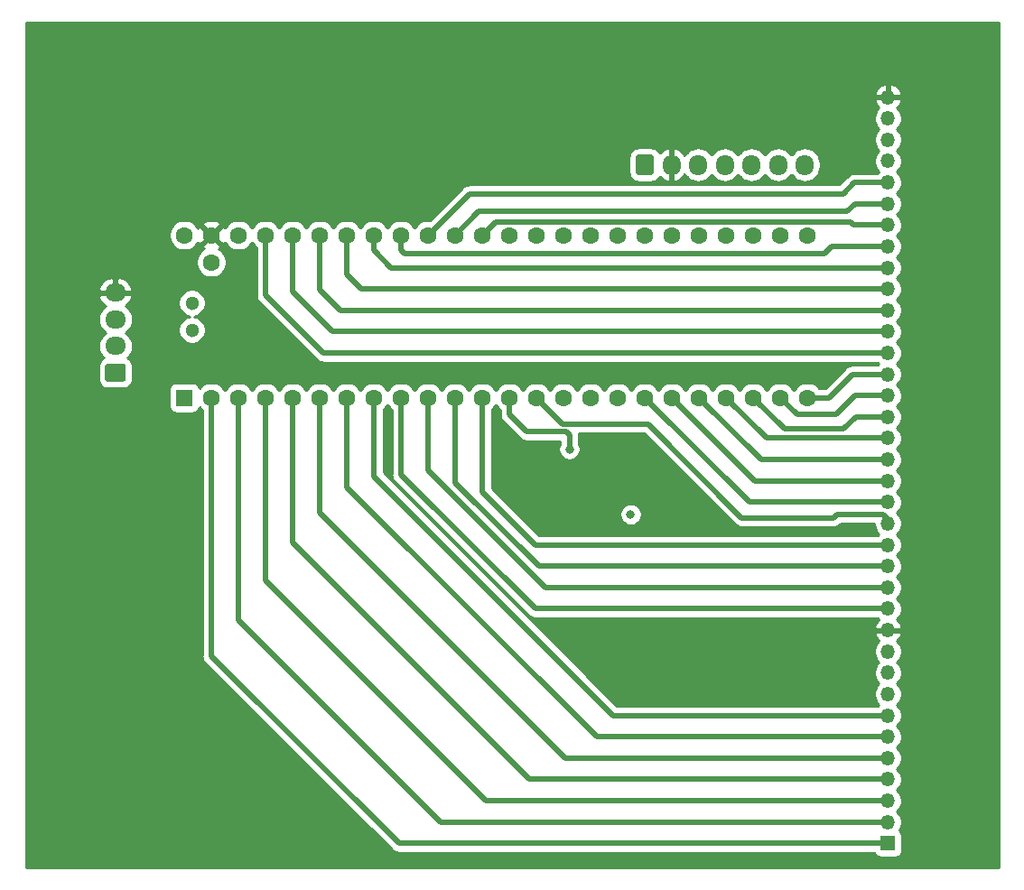
<source format=gbr>
%TF.GenerationSoftware,KiCad,Pcbnew,(5.1.9)-1*%
%TF.CreationDate,2021-05-20T21:26:35+10:00*%
%TF.ProjectId,RedPyKeeb_MCU,52656450-794b-4656-9562-5f4d43552e6b,rev?*%
%TF.SameCoordinates,Original*%
%TF.FileFunction,Copper,L4,Bot*%
%TF.FilePolarity,Positive*%
%FSLAX46Y46*%
G04 Gerber Fmt 4.6, Leading zero omitted, Abs format (unit mm)*
G04 Created by KiCad (PCBNEW (5.1.9)-1) date 2021-05-20 21:26:35*
%MOMM*%
%LPD*%
G01*
G04 APERTURE LIST*
%TA.AperFunction,ComponentPad*%
%ADD10O,1.700000X1.950000*%
%TD*%
%TA.AperFunction,ComponentPad*%
%ADD11O,1.950000X1.700000*%
%TD*%
%TA.AperFunction,ComponentPad*%
%ADD12R,1.350000X1.350000*%
%TD*%
%TA.AperFunction,ComponentPad*%
%ADD13O,1.350000X1.350000*%
%TD*%
%TA.AperFunction,ComponentPad*%
%ADD14C,1.600000*%
%TD*%
%TA.AperFunction,ComponentPad*%
%ADD15R,1.600000X1.600000*%
%TD*%
%TA.AperFunction,ComponentPad*%
%ADD16C,1.300000*%
%TD*%
%TA.AperFunction,ViaPad*%
%ADD17C,0.800000*%
%TD*%
%TA.AperFunction,Conductor*%
%ADD18C,0.508000*%
%TD*%
%TA.AperFunction,Conductor*%
%ADD19C,0.254000*%
%TD*%
%TA.AperFunction,Conductor*%
%ADD20C,0.100000*%
%TD*%
G04 APERTURE END LIST*
D10*
%TO.P,J2,7*%
%TO.N,Net-(J2-Pad7)*%
X92470000Y-30988000D03*
%TO.P,J2,6*%
%TO.N,Net-(J2-Pad6)*%
X89970000Y-30988000D03*
%TO.P,J2,5*%
%TO.N,Net-(J2-Pad5)*%
X87470000Y-30988000D03*
%TO.P,J2,4*%
%TO.N,Net-(J2-Pad4)*%
X84970000Y-30988000D03*
%TO.P,J2,3*%
%TO.N,Net-(J2-Pad3)*%
X82470000Y-30988000D03*
%TO.P,J2,2*%
%TO.N,GNDPWR*%
X79970000Y-30988000D03*
%TO.P,J2,1*%
%TO.N,MAIN_VBUS*%
%TA.AperFunction,ComponentPad*%
G36*
G01*
X76620000Y-31713000D02*
X76620000Y-30263000D01*
G75*
G02*
X76870000Y-30013000I250000J0D01*
G01*
X78070000Y-30013000D01*
G75*
G02*
X78320000Y-30263000I0J-250000D01*
G01*
X78320000Y-31713000D01*
G75*
G02*
X78070000Y-31963000I-250000J0D01*
G01*
X76870000Y-31963000D01*
G75*
G02*
X76620000Y-31713000I0J250000D01*
G01*
G37*
%TD.AperFunction*%
%TD*%
D11*
%TO.P,J0,4*%
%TO.N,GNDPWR*%
X27838400Y-42995200D03*
%TO.P,J0,3*%
%TO.N,USB_DN*%
X27838400Y-45495200D03*
%TO.P,J0,2*%
%TO.N,USB_DP*%
X27838400Y-47995200D03*
%TO.P,J0,1*%
%TO.N,MAIN_VBUS*%
%TA.AperFunction,ComponentPad*%
G36*
G01*
X28563400Y-51345200D02*
X27113400Y-51345200D01*
G75*
G02*
X26863400Y-51095200I0J250000D01*
G01*
X26863400Y-49895200D01*
G75*
G02*
X27113400Y-49645200I250000J0D01*
G01*
X28563400Y-49645200D01*
G75*
G02*
X28813400Y-49895200I0J-250000D01*
G01*
X28813400Y-51095200D01*
G75*
G02*
X28563400Y-51345200I-250000J0D01*
G01*
G37*
%TD.AperFunction*%
%TD*%
D12*
%TO.P,J1,1*%
%TO.N,KEY_ROW0*%
X100279200Y-94640400D03*
D13*
%TO.P,J1,2*%
%TO.N,KEY_ROW1*%
X100279200Y-92640400D03*
%TO.P,J1,3*%
%TO.N,KEY_ROW2*%
X100279200Y-90640400D03*
%TO.P,J1,4*%
%TO.N,KEY_ROW3*%
X100279200Y-88640400D03*
%TO.P,J1,5*%
%TO.N,KEY_ROW4*%
X100279200Y-86640400D03*
%TO.P,J1,6*%
%TO.N,KEY_ROW5*%
X100279200Y-84640400D03*
%TO.P,J1,7*%
%TO.N,KEY_ROW6*%
X100279200Y-82640400D03*
%TO.P,J1,8*%
%TO.N,MAIN_VBUS*%
X100279200Y-80640400D03*
%TO.P,J1,9*%
%TO.N,LED_SCL_ROW0*%
X100279200Y-78640400D03*
%TO.P,J1,10*%
%TO.N,LED_SDA_ROW0*%
X100279200Y-76640400D03*
%TO.P,J1,11*%
%TO.N,GNDPWR*%
X100279200Y-74640400D03*
%TO.P,J1,12*%
%TO.N,KEY_COL0*%
X100279200Y-72640400D03*
%TO.P,J1,13*%
%TO.N,KEY_COL1*%
X100279200Y-70640400D03*
%TO.P,J1,14*%
%TO.N,KEY_COL2*%
X100279200Y-68640400D03*
%TO.P,J1,15*%
%TO.N,KEY_COL3*%
X100279200Y-66640400D03*
%TO.P,J1,16*%
%TO.N,KEY_COL4*%
X100279200Y-64640400D03*
%TO.P,J1,17*%
%TO.N,KEY_COL5*%
X100279200Y-62640400D03*
%TO.P,J1,18*%
%TO.N,KEY_COL6*%
X100279200Y-60640400D03*
%TO.P,J1,19*%
%TO.N,KEY_COL7*%
X100279200Y-58640400D03*
%TO.P,J1,20*%
%TO.N,KEY_COL8*%
X100279200Y-56640400D03*
%TO.P,J1,21*%
%TO.N,KEY_COL9*%
X100279200Y-54640400D03*
%TO.P,J1,22*%
%TO.N,KEY_COL10*%
X100279200Y-52640400D03*
%TO.P,J1,23*%
%TO.N,KEY_COL11*%
X100279200Y-50640400D03*
%TO.P,J1,24*%
%TO.N,KEY_COL12*%
X100279200Y-48640400D03*
%TO.P,J1,25*%
%TO.N,KEY_COL13*%
X100279200Y-46640400D03*
%TO.P,J1,26*%
%TO.N,KEY_COL14*%
X100279200Y-44640400D03*
%TO.P,J1,27*%
%TO.N,KEY_COL15*%
X100279200Y-42640400D03*
%TO.P,J1,28*%
%TO.N,KEY_COL16*%
X100279200Y-40640400D03*
%TO.P,J1,29*%
%TO.N,KEY_COL17*%
X100279200Y-38640400D03*
%TO.P,J1,30*%
%TO.N,KEY_COL18*%
X100279200Y-36640400D03*
%TO.P,J1,31*%
%TO.N,KEY_COL19*%
X100279200Y-34640400D03*
%TO.P,J1,32*%
%TO.N,KEY_COL20*%
X100279200Y-32640400D03*
%TO.P,J1,33*%
%TO.N,MAIN_VBUS*%
X100279200Y-30640400D03*
%TO.P,J1,34*%
%TO.N,LED_SCL_STATUS0*%
X100279200Y-28640400D03*
%TO.P,J1,35*%
%TO.N,LED_SDA_STATUS0*%
X100279200Y-26640400D03*
%TO.P,J1,36*%
%TO.N,GNDPWR*%
X100279200Y-24640400D03*
%TD*%
D14*
%TO.P,U0,49*%
%TO.N,MAIN_VBUS*%
X36830000Y-40132000D03*
%TO.P,U0,48*%
%TO.N,Net-(U0-Pad48)*%
X34290000Y-37592000D03*
%TO.P,U0,47*%
%TO.N,GNDPWR*%
X36830000Y-37592000D03*
%TO.P,U0,46*%
%TO.N,Net-(U0-Pad46)*%
X39370000Y-37592000D03*
%TO.P,U0,45*%
%TO.N,KEY_COL12*%
X41910000Y-37592000D03*
%TO.P,U0,44*%
%TO.N,KEY_COL13*%
X44450000Y-37592000D03*
%TO.P,U0,43*%
%TO.N,KEY_COL14*%
X46990000Y-37592000D03*
%TO.P,U0,42*%
%TO.N,KEY_COL15*%
X49530000Y-37592000D03*
%TO.P,U0,41*%
%TO.N,KEY_COL16*%
X52070000Y-37592000D03*
%TO.P,U0,40*%
%TO.N,KEY_COL17*%
X54610000Y-37592000D03*
%TO.P,U0,39*%
%TO.N,KEY_COL20*%
X57150000Y-37592000D03*
%TO.P,U0,38*%
%TO.N,KEY_COL19*%
X59690000Y-37592000D03*
%TO.P,U0,37*%
%TO.N,KEY_COL18*%
X62230000Y-37592000D03*
%TO.P,U0,36*%
%TO.N,Net-(U0-Pad36)*%
X64770000Y-37592000D03*
%TO.P,U0,35*%
%TO.N,LED_SCL_ROW0_MCU*%
X67310000Y-37592000D03*
D15*
%TO.P,U0,1*%
%TO.N,Net-(U0-Pad1)*%
X34290000Y-52832000D03*
D14*
%TO.P,U0,2*%
%TO.N,KEY_ROW0*%
X36830000Y-52832000D03*
%TO.P,U0,3*%
%TO.N,KEY_ROW1*%
X39370000Y-52832000D03*
%TO.P,U0,4*%
%TO.N,KEY_ROW2*%
X41910000Y-52832000D03*
%TO.P,U0,5*%
%TO.N,KEY_ROW3*%
X44450000Y-52832000D03*
%TO.P,U0,6*%
%TO.N,KEY_ROW4*%
X46990000Y-52832000D03*
%TO.P,U0,7*%
%TO.N,KEY_ROW5*%
X49530000Y-52832000D03*
%TO.P,U0,8*%
%TO.N,KEY_ROW6*%
X52070000Y-52832000D03*
%TO.P,U0,9*%
%TO.N,KEY_COL0*%
X54610000Y-52832000D03*
%TO.P,U0,10*%
%TO.N,KEY_COL1*%
X57150000Y-52832000D03*
%TO.P,U0,11*%
%TO.N,KEY_COL2*%
X59690000Y-52832000D03*
%TO.P,U0,12*%
%TO.N,KEY_COL3*%
X62230000Y-52832000D03*
%TO.P,U0,13*%
%TO.N,LED_SDA_ROW0_MCU*%
X64770000Y-52832000D03*
%TO.P,U0,34*%
%TO.N,Net-(U0-Pad34)*%
X69850000Y-37592000D03*
%TO.P,U0,33*%
%TO.N,Net-(U0-Pad33)*%
X72390000Y-37592000D03*
%TO.P,U0,32*%
%TO.N,Net-(U0-Pad32)*%
X74930000Y-37592000D03*
%TO.P,U0,31*%
%TO.N,Net-(U0-Pad31)*%
X77470000Y-37592000D03*
%TO.P,U0,30*%
%TO.N,Net-(U0-Pad30)*%
X80010000Y-37592000D03*
%TO.P,U0,29*%
%TO.N,Net-(U0-Pad29)*%
X82550000Y-37592000D03*
%TO.P,U0,28*%
%TO.N,Net-(U0-Pad28)*%
X85090000Y-37592000D03*
%TO.P,U0,27*%
%TO.N,Net-(U0-Pad27)*%
X87630000Y-37592000D03*
%TO.P,U0,26*%
%TO.N,Net-(U0-Pad26)*%
X90170000Y-37592000D03*
%TO.P,U0,25*%
%TO.N,Net-(U0-Pad25)*%
X92710000Y-37592000D03*
%TO.P,U0,24*%
%TO.N,KEY_COL11*%
X92710000Y-52832000D03*
%TO.P,U0,23*%
%TO.N,KEY_COL10*%
X90170000Y-52832000D03*
%TO.P,U0,22*%
%TO.N,KEY_COL9*%
X87630000Y-52832000D03*
%TO.P,U0,21*%
%TO.N,KEY_COL8*%
X85090000Y-52832000D03*
%TO.P,U0,14*%
%TO.N,KEY_COL4*%
X67310000Y-52832000D03*
%TO.P,U0,15*%
%TO.N,33_REF*%
X69850000Y-52832000D03*
%TO.P,U0,16*%
%TO.N,LED_SCL_STATUS0_MCU*%
X72390000Y-52832000D03*
%TO.P,U0,20*%
%TO.N,KEY_COL7*%
X82550000Y-52832000D03*
%TO.P,U0,19*%
%TO.N,KEY_COL6*%
X80010000Y-52832000D03*
%TO.P,U0,18*%
%TO.N,KEY_COL5*%
X77470000Y-52832000D03*
%TO.P,U0,17*%
%TO.N,LED_SDA_STATUS0_MCU*%
X74930000Y-52832000D03*
D16*
%TO.P,U0,67*%
%TO.N,USB_DP*%
X35020000Y-46482000D03*
%TO.P,U0,66*%
%TO.N,USB_DN*%
X35020000Y-43942000D03*
%TD*%
D17*
%TO.N,GNDPWR*%
X76149200Y-59842400D03*
X66598800Y-57658000D03*
%TO.N,MAIN_VBUS*%
X76149200Y-63775500D03*
%TO.N,LED_SDA_ROW0_MCU*%
X70408800Y-57672200D03*
%TD*%
D18*
%TO.N,KEY_ROW6*%
X77502972Y-82640400D02*
X100279200Y-82640400D01*
X52070000Y-52832000D02*
X52070000Y-60198000D01*
X74512400Y-82640400D02*
X77502972Y-82640400D01*
X52070000Y-60198000D02*
X74512400Y-82640400D01*
%TO.N,KEY_COL6*%
X87818400Y-60640400D02*
X100279200Y-60640400D01*
X80010000Y-52832000D02*
X87818400Y-60640400D01*
%TO.N,KEY_COL5*%
X87278400Y-62640400D02*
X100279200Y-62640400D01*
X77470000Y-52832000D02*
X87278400Y-62640400D01*
%TO.N,KEY_COL4*%
X67310000Y-52832000D02*
X69799200Y-55321200D01*
X69799200Y-55321200D02*
X77774800Y-55321200D01*
X77774800Y-55321200D02*
X86563200Y-64109600D01*
X100279200Y-64640400D02*
X100279200Y-64211200D01*
X100279200Y-64211200D02*
X99822000Y-63754000D01*
X95504000Y-63754000D02*
X95148400Y-64109600D01*
X99822000Y-63754000D02*
X95504000Y-63754000D01*
X86563200Y-64109600D02*
X95148400Y-64109600D01*
%TO.N,KEY_COL3*%
X100279200Y-66640400D02*
X67199200Y-66640400D01*
X62230000Y-61671200D02*
X62230000Y-52832000D01*
X67199200Y-66640400D02*
X62230000Y-61671200D01*
%TO.N,KEY_COL2*%
X67522800Y-68640400D02*
X100279200Y-68640400D01*
X59690000Y-60807600D02*
X67522800Y-68640400D01*
X59690000Y-52832000D02*
X59690000Y-60807600D01*
%TO.N,KEY_COL1*%
X57150000Y-59639200D02*
X68151200Y-70640400D01*
X57150000Y-52832000D02*
X57150000Y-59639200D01*
X68151200Y-70640400D02*
X100279200Y-70640400D01*
%TO.N,KEY_COL0*%
X68504248Y-72640400D02*
X100279200Y-72640400D01*
X54610000Y-52832000D02*
X54610000Y-60045600D01*
X67204800Y-72640400D02*
X68504248Y-72640400D01*
X54610000Y-60045600D02*
X67204800Y-72640400D01*
%TO.N,KEY_COL7*%
X88358400Y-58640400D02*
X100279200Y-58640400D01*
X82550000Y-52832000D02*
X88358400Y-58640400D01*
%TO.N,KEY_COL8*%
X88898400Y-56640400D02*
X100279200Y-56640400D01*
X85090000Y-52832000D02*
X88898400Y-56640400D01*
%TO.N,KEY_COL9*%
X87630000Y-52832000D02*
X90576400Y-55778400D01*
X97251600Y-54640400D02*
X96113600Y-55778400D01*
X100279200Y-54640400D02*
X97251600Y-54640400D01*
X90576400Y-55778400D02*
X96113600Y-55778400D01*
%TO.N,KEY_COL10*%
X90170000Y-52832000D02*
X91744800Y-54406800D01*
X97219600Y-52640400D02*
X95453200Y-54406800D01*
X100279200Y-52640400D02*
X97219600Y-52640400D01*
X91744800Y-54406800D02*
X95453200Y-54406800D01*
%TO.N,KEY_COL11*%
X96933600Y-50640400D02*
X94742000Y-52832000D01*
X100279200Y-50640400D02*
X96933600Y-50640400D01*
X92710000Y-52832000D02*
X94742000Y-52832000D01*
%TO.N,KEY_COL12*%
X41910000Y-37592000D02*
X41910000Y-43230800D01*
X47319600Y-48640400D02*
X100279200Y-48640400D01*
X41910000Y-43230800D02*
X47319600Y-48640400D01*
%TO.N,KEY_COL13*%
X44450000Y-42875200D02*
X48215200Y-46640400D01*
X44450000Y-37592000D02*
X44450000Y-42875200D01*
X48215200Y-46640400D02*
X100279200Y-46640400D01*
%TO.N,KEY_COL19*%
X59690000Y-37592000D02*
X61925200Y-35356800D01*
X97185600Y-34640400D02*
X96469200Y-35356800D01*
X100279200Y-34640400D02*
X97185600Y-34640400D01*
X61925200Y-35356800D02*
X96469200Y-35356800D01*
%TO.N,KEY_COL18*%
X62230000Y-37592000D02*
X63484001Y-36337999D01*
X97060402Y-36640400D02*
X96758001Y-36337999D01*
X100279200Y-36640400D02*
X97060402Y-36640400D01*
X63484001Y-36337999D02*
X96758001Y-36337999D01*
%TO.N,KEY_COL17*%
X94963600Y-38640400D02*
X100279200Y-38640400D01*
X94288601Y-39315399D02*
X94963600Y-38640400D01*
X54961799Y-39315399D02*
X94288601Y-39315399D01*
X54610000Y-38963600D02*
X54961799Y-39315399D01*
X54610000Y-37592000D02*
X54610000Y-38963600D01*
%TO.N,KEY_COL16*%
X55118400Y-40640400D02*
X100279200Y-40640400D01*
X52070000Y-37592000D02*
X52070000Y-39014400D01*
X53696000Y-40640400D02*
X55118400Y-40640400D01*
X52070000Y-39014400D02*
X53696000Y-40640400D01*
%TO.N,KEY_COL15*%
X100279200Y-42640400D02*
X54578400Y-42640400D01*
X49530000Y-37592000D02*
X49530000Y-41300400D01*
X50870000Y-42640400D02*
X54578400Y-42640400D01*
X49530000Y-41300400D02*
X50870000Y-42640400D01*
%TO.N,KEY_COL14*%
X46990000Y-42672000D02*
X46990000Y-37592000D01*
X48958400Y-44640400D02*
X46990000Y-42672000D01*
X100279200Y-44640400D02*
X48958400Y-44640400D01*
%TO.N,KEY_ROW5*%
X78501696Y-84640400D02*
X100279200Y-84640400D01*
X49530000Y-52832000D02*
X49530000Y-61214000D01*
X72956400Y-84640400D02*
X78501696Y-84640400D01*
X49530000Y-61214000D02*
X72956400Y-84640400D01*
%TO.N,KEY_ROW4*%
X79500420Y-86640400D02*
X100279200Y-86640400D01*
X46990000Y-52832000D02*
X46990000Y-63652400D01*
X69978000Y-86640400D02*
X79500420Y-86640400D01*
X46990000Y-63652400D02*
X69978000Y-86640400D01*
%TO.N,KEY_ROW3*%
X80258400Y-88640400D02*
X100279200Y-88640400D01*
X44450000Y-52832000D02*
X44450000Y-66446400D01*
X66644000Y-88640400D02*
X80258400Y-88640400D01*
X44450000Y-66446400D02*
X66644000Y-88640400D01*
%TO.N,KEY_ROW2*%
X100279200Y-90640400D02*
X79718400Y-90640400D01*
X41910000Y-52832000D02*
X41910000Y-69951600D01*
X62598800Y-90640400D02*
X79718400Y-90640400D01*
X41910000Y-69951600D02*
X62598800Y-90640400D01*
%TO.N,KEY_ROW1*%
X79178400Y-92640400D02*
X100279200Y-92640400D01*
X39370000Y-52832000D02*
X39370000Y-73710800D01*
X58299600Y-92640400D02*
X79178400Y-92640400D01*
X39370000Y-73710800D02*
X58299600Y-92640400D01*
%TO.N,KEY_ROW0*%
X78638400Y-94640400D02*
X100279200Y-94640400D01*
X36830000Y-52832000D02*
X36830000Y-77063600D01*
X54406800Y-94640400D02*
X78638400Y-94640400D01*
X36830000Y-77063600D02*
X54406800Y-94640400D01*
%TO.N,KEY_COL20*%
X57150000Y-37592000D02*
X61010800Y-33731200D01*
X97153600Y-32640400D02*
X96062800Y-33731200D01*
X100279200Y-32640400D02*
X97153600Y-32640400D01*
X61010800Y-33731200D02*
X96062800Y-33731200D01*
%TO.N,LED_SDA_ROW0_MCU*%
X70408800Y-56337200D02*
X70408800Y-57672200D01*
X66392410Y-56029210D02*
X70100810Y-56029210D01*
X70100810Y-56029210D02*
X70408800Y-56337200D01*
X64770000Y-54406800D02*
X66392410Y-56029210D01*
X64770000Y-52832000D02*
X64770000Y-54406800D01*
%TD*%
D19*
%TO.N,GNDPWR*%
X110617000Y-96901000D02*
X19431000Y-96901000D01*
X19431000Y-52032000D01*
X32851928Y-52032000D01*
X32851928Y-53632000D01*
X32864188Y-53756482D01*
X32900498Y-53876180D01*
X32959463Y-53986494D01*
X33038815Y-54083185D01*
X33135506Y-54162537D01*
X33245820Y-54221502D01*
X33365518Y-54257812D01*
X33490000Y-54270072D01*
X35090000Y-54270072D01*
X35214482Y-54257812D01*
X35334180Y-54221502D01*
X35444494Y-54162537D01*
X35541185Y-54083185D01*
X35620537Y-53986494D01*
X35679502Y-53876180D01*
X35715812Y-53756482D01*
X35716643Y-53748039D01*
X35915241Y-53946637D01*
X35941000Y-53963849D01*
X35941001Y-77019930D01*
X35936700Y-77063600D01*
X35953864Y-77237874D01*
X36004698Y-77405452D01*
X36044274Y-77479493D01*
X36087248Y-77559891D01*
X36198342Y-77695259D01*
X36232259Y-77723094D01*
X53747306Y-95238142D01*
X53775141Y-95272059D01*
X53910509Y-95383153D01*
X54064949Y-95465703D01*
X54159558Y-95494402D01*
X54232525Y-95516536D01*
X54249125Y-95518171D01*
X54363133Y-95529400D01*
X54363140Y-95529400D01*
X54406800Y-95533700D01*
X54450460Y-95529400D01*
X99005543Y-95529400D01*
X99014698Y-95559580D01*
X99073663Y-95669894D01*
X99153015Y-95766585D01*
X99249706Y-95845937D01*
X99360020Y-95904902D01*
X99479718Y-95941212D01*
X99604200Y-95953472D01*
X100954200Y-95953472D01*
X101078682Y-95941212D01*
X101198380Y-95904902D01*
X101308694Y-95845937D01*
X101405385Y-95766585D01*
X101484737Y-95669894D01*
X101543702Y-95559580D01*
X101580012Y-95439882D01*
X101592272Y-95315400D01*
X101592272Y-93965400D01*
X101580012Y-93840918D01*
X101543702Y-93721220D01*
X101484737Y-93610906D01*
X101405385Y-93514215D01*
X101318503Y-93442913D01*
X101440107Y-93260918D01*
X101538858Y-93022513D01*
X101589200Y-92769424D01*
X101589200Y-92511376D01*
X101538858Y-92258287D01*
X101440107Y-92019882D01*
X101296744Y-91805323D01*
X101131821Y-91640400D01*
X101296744Y-91475477D01*
X101440107Y-91260918D01*
X101538858Y-91022513D01*
X101589200Y-90769424D01*
X101589200Y-90511376D01*
X101538858Y-90258287D01*
X101440107Y-90019882D01*
X101296744Y-89805323D01*
X101131821Y-89640400D01*
X101296744Y-89475477D01*
X101440107Y-89260918D01*
X101538858Y-89022513D01*
X101589200Y-88769424D01*
X101589200Y-88511376D01*
X101538858Y-88258287D01*
X101440107Y-88019882D01*
X101296744Y-87805323D01*
X101131821Y-87640400D01*
X101296744Y-87475477D01*
X101440107Y-87260918D01*
X101538858Y-87022513D01*
X101589200Y-86769424D01*
X101589200Y-86511376D01*
X101538858Y-86258287D01*
X101440107Y-86019882D01*
X101296744Y-85805323D01*
X101131821Y-85640400D01*
X101296744Y-85475477D01*
X101440107Y-85260918D01*
X101538858Y-85022513D01*
X101589200Y-84769424D01*
X101589200Y-84511376D01*
X101538858Y-84258287D01*
X101440107Y-84019882D01*
X101296744Y-83805323D01*
X101131821Y-83640400D01*
X101296744Y-83475477D01*
X101440107Y-83260918D01*
X101538858Y-83022513D01*
X101589200Y-82769424D01*
X101589200Y-82511376D01*
X101538858Y-82258287D01*
X101440107Y-82019882D01*
X101296744Y-81805323D01*
X101131821Y-81640400D01*
X101296744Y-81475477D01*
X101440107Y-81260918D01*
X101538858Y-81022513D01*
X101589200Y-80769424D01*
X101589200Y-80511376D01*
X101538858Y-80258287D01*
X101440107Y-80019882D01*
X101296744Y-79805323D01*
X101131821Y-79640400D01*
X101296744Y-79475477D01*
X101440107Y-79260918D01*
X101538858Y-79022513D01*
X101589200Y-78769424D01*
X101589200Y-78511376D01*
X101538858Y-78258287D01*
X101440107Y-78019882D01*
X101296744Y-77805323D01*
X101131821Y-77640400D01*
X101296744Y-77475477D01*
X101440107Y-77260918D01*
X101538858Y-77022513D01*
X101589200Y-76769424D01*
X101589200Y-76511376D01*
X101538858Y-76258287D01*
X101440107Y-76019882D01*
X101296744Y-75805323D01*
X101125140Y-75633719D01*
X101257503Y-75511627D01*
X101408673Y-75304029D01*
X101516438Y-75070928D01*
X101547110Y-74969800D01*
X101423424Y-74767400D01*
X100406200Y-74767400D01*
X100406200Y-74787400D01*
X100152200Y-74787400D01*
X100152200Y-74767400D01*
X99134976Y-74767400D01*
X99011290Y-74969800D01*
X99041962Y-75070928D01*
X99149727Y-75304029D01*
X99300897Y-75511627D01*
X99433260Y-75633719D01*
X99261656Y-75805323D01*
X99118293Y-76019882D01*
X99019542Y-76258287D01*
X98969200Y-76511376D01*
X98969200Y-76769424D01*
X99019542Y-77022513D01*
X99118293Y-77260918D01*
X99261656Y-77475477D01*
X99426579Y-77640400D01*
X99261656Y-77805323D01*
X99118293Y-78019882D01*
X99019542Y-78258287D01*
X98969200Y-78511376D01*
X98969200Y-78769424D01*
X99019542Y-79022513D01*
X99118293Y-79260918D01*
X99261656Y-79475477D01*
X99426579Y-79640400D01*
X99261656Y-79805323D01*
X99118293Y-80019882D01*
X99019542Y-80258287D01*
X98969200Y-80511376D01*
X98969200Y-80769424D01*
X99019542Y-81022513D01*
X99118293Y-81260918D01*
X99261656Y-81475477D01*
X99426579Y-81640400D01*
X99315579Y-81751400D01*
X74880636Y-81751400D01*
X52959000Y-59829765D01*
X52959000Y-53963849D01*
X52984759Y-53946637D01*
X53184637Y-53746759D01*
X53340000Y-53514241D01*
X53495363Y-53746759D01*
X53695241Y-53946637D01*
X53721000Y-53963849D01*
X53721001Y-60001930D01*
X53716700Y-60045600D01*
X53733864Y-60219874D01*
X53784698Y-60387452D01*
X53867248Y-60541891D01*
X53948093Y-60640400D01*
X53978342Y-60677259D01*
X54012259Y-60705094D01*
X66545306Y-73238142D01*
X66573141Y-73272059D01*
X66708509Y-73383153D01*
X66862949Y-73465703D01*
X66957558Y-73494402D01*
X67030525Y-73516536D01*
X67047125Y-73518171D01*
X67161133Y-73529400D01*
X67161140Y-73529400D01*
X67204800Y-73533700D01*
X67248460Y-73529400D01*
X99315579Y-73529400D01*
X99433260Y-73647081D01*
X99300897Y-73769173D01*
X99149727Y-73976771D01*
X99041962Y-74209872D01*
X99011290Y-74311000D01*
X99134976Y-74513400D01*
X100152200Y-74513400D01*
X100152200Y-74493400D01*
X100406200Y-74493400D01*
X100406200Y-74513400D01*
X101423424Y-74513400D01*
X101547110Y-74311000D01*
X101516438Y-74209872D01*
X101408673Y-73976771D01*
X101257503Y-73769173D01*
X101125140Y-73647081D01*
X101296744Y-73475477D01*
X101440107Y-73260918D01*
X101538858Y-73022513D01*
X101589200Y-72769424D01*
X101589200Y-72511376D01*
X101538858Y-72258287D01*
X101440107Y-72019882D01*
X101296744Y-71805323D01*
X101131821Y-71640400D01*
X101296744Y-71475477D01*
X101440107Y-71260918D01*
X101538858Y-71022513D01*
X101589200Y-70769424D01*
X101589200Y-70511376D01*
X101538858Y-70258287D01*
X101440107Y-70019882D01*
X101296744Y-69805323D01*
X101131821Y-69640400D01*
X101296744Y-69475477D01*
X101440107Y-69260918D01*
X101538858Y-69022513D01*
X101589200Y-68769424D01*
X101589200Y-68511376D01*
X101538858Y-68258287D01*
X101440107Y-68019882D01*
X101296744Y-67805323D01*
X101131821Y-67640400D01*
X101296744Y-67475477D01*
X101440107Y-67260918D01*
X101538858Y-67022513D01*
X101589200Y-66769424D01*
X101589200Y-66511376D01*
X101538858Y-66258287D01*
X101440107Y-66019882D01*
X101296744Y-65805323D01*
X101131821Y-65640400D01*
X101296744Y-65475477D01*
X101440107Y-65260918D01*
X101538858Y-65022513D01*
X101589200Y-64769424D01*
X101589200Y-64511376D01*
X101538858Y-64258287D01*
X101440107Y-64019882D01*
X101296744Y-63805323D01*
X101131821Y-63640400D01*
X101296744Y-63475477D01*
X101440107Y-63260918D01*
X101538858Y-63022513D01*
X101589200Y-62769424D01*
X101589200Y-62511376D01*
X101538858Y-62258287D01*
X101440107Y-62019882D01*
X101296744Y-61805323D01*
X101131821Y-61640400D01*
X101296744Y-61475477D01*
X101440107Y-61260918D01*
X101538858Y-61022513D01*
X101589200Y-60769424D01*
X101589200Y-60511376D01*
X101538858Y-60258287D01*
X101440107Y-60019882D01*
X101296744Y-59805323D01*
X101131821Y-59640400D01*
X101296744Y-59475477D01*
X101440107Y-59260918D01*
X101538858Y-59022513D01*
X101589200Y-58769424D01*
X101589200Y-58511376D01*
X101538858Y-58258287D01*
X101440107Y-58019882D01*
X101296744Y-57805323D01*
X101131821Y-57640400D01*
X101296744Y-57475477D01*
X101440107Y-57260918D01*
X101538858Y-57022513D01*
X101589200Y-56769424D01*
X101589200Y-56511376D01*
X101538858Y-56258287D01*
X101440107Y-56019882D01*
X101296744Y-55805323D01*
X101131821Y-55640400D01*
X101296744Y-55475477D01*
X101440107Y-55260918D01*
X101538858Y-55022513D01*
X101589200Y-54769424D01*
X101589200Y-54511376D01*
X101538858Y-54258287D01*
X101440107Y-54019882D01*
X101296744Y-53805323D01*
X101131821Y-53640400D01*
X101296744Y-53475477D01*
X101440107Y-53260918D01*
X101538858Y-53022513D01*
X101589200Y-52769424D01*
X101589200Y-52511376D01*
X101538858Y-52258287D01*
X101440107Y-52019882D01*
X101296744Y-51805323D01*
X101131821Y-51640400D01*
X101296744Y-51475477D01*
X101440107Y-51260918D01*
X101538858Y-51022513D01*
X101589200Y-50769424D01*
X101589200Y-50511376D01*
X101538858Y-50258287D01*
X101440107Y-50019882D01*
X101296744Y-49805323D01*
X101131821Y-49640400D01*
X101296744Y-49475477D01*
X101440107Y-49260918D01*
X101538858Y-49022513D01*
X101589200Y-48769424D01*
X101589200Y-48511376D01*
X101538858Y-48258287D01*
X101440107Y-48019882D01*
X101296744Y-47805323D01*
X101131821Y-47640400D01*
X101296744Y-47475477D01*
X101440107Y-47260918D01*
X101538858Y-47022513D01*
X101589200Y-46769424D01*
X101589200Y-46511376D01*
X101538858Y-46258287D01*
X101440107Y-46019882D01*
X101296744Y-45805323D01*
X101131821Y-45640400D01*
X101296744Y-45475477D01*
X101440107Y-45260918D01*
X101538858Y-45022513D01*
X101589200Y-44769424D01*
X101589200Y-44511376D01*
X101538858Y-44258287D01*
X101440107Y-44019882D01*
X101296744Y-43805323D01*
X101131821Y-43640400D01*
X101296744Y-43475477D01*
X101440107Y-43260918D01*
X101538858Y-43022513D01*
X101589200Y-42769424D01*
X101589200Y-42511376D01*
X101538858Y-42258287D01*
X101440107Y-42019882D01*
X101296744Y-41805323D01*
X101131821Y-41640400D01*
X101296744Y-41475477D01*
X101440107Y-41260918D01*
X101538858Y-41022513D01*
X101589200Y-40769424D01*
X101589200Y-40511376D01*
X101538858Y-40258287D01*
X101440107Y-40019882D01*
X101296744Y-39805323D01*
X101131821Y-39640400D01*
X101296744Y-39475477D01*
X101440107Y-39260918D01*
X101538858Y-39022513D01*
X101589200Y-38769424D01*
X101589200Y-38511376D01*
X101538858Y-38258287D01*
X101440107Y-38019882D01*
X101296744Y-37805323D01*
X101131821Y-37640400D01*
X101296744Y-37475477D01*
X101440107Y-37260918D01*
X101538858Y-37022513D01*
X101589200Y-36769424D01*
X101589200Y-36511376D01*
X101538858Y-36258287D01*
X101440107Y-36019882D01*
X101296744Y-35805323D01*
X101131821Y-35640400D01*
X101296744Y-35475477D01*
X101440107Y-35260918D01*
X101538858Y-35022513D01*
X101589200Y-34769424D01*
X101589200Y-34511376D01*
X101538858Y-34258287D01*
X101440107Y-34019882D01*
X101296744Y-33805323D01*
X101131821Y-33640400D01*
X101296744Y-33475477D01*
X101440107Y-33260918D01*
X101538858Y-33022513D01*
X101589200Y-32769424D01*
X101589200Y-32511376D01*
X101538858Y-32258287D01*
X101440107Y-32019882D01*
X101296744Y-31805323D01*
X101131821Y-31640400D01*
X101296744Y-31475477D01*
X101440107Y-31260918D01*
X101538858Y-31022513D01*
X101589200Y-30769424D01*
X101589200Y-30511376D01*
X101538858Y-30258287D01*
X101440107Y-30019882D01*
X101296744Y-29805323D01*
X101131821Y-29640400D01*
X101296744Y-29475477D01*
X101440107Y-29260918D01*
X101538858Y-29022513D01*
X101589200Y-28769424D01*
X101589200Y-28511376D01*
X101538858Y-28258287D01*
X101440107Y-28019882D01*
X101296744Y-27805323D01*
X101131821Y-27640400D01*
X101296744Y-27475477D01*
X101440107Y-27260918D01*
X101538858Y-27022513D01*
X101589200Y-26769424D01*
X101589200Y-26511376D01*
X101538858Y-26258287D01*
X101440107Y-26019882D01*
X101296744Y-25805323D01*
X101125140Y-25633719D01*
X101257503Y-25511627D01*
X101408673Y-25304029D01*
X101516438Y-25070928D01*
X101547110Y-24969800D01*
X101423424Y-24767400D01*
X100406200Y-24767400D01*
X100406200Y-24787400D01*
X100152200Y-24787400D01*
X100152200Y-24767400D01*
X99134976Y-24767400D01*
X99011290Y-24969800D01*
X99041962Y-25070928D01*
X99149727Y-25304029D01*
X99300897Y-25511627D01*
X99433260Y-25633719D01*
X99261656Y-25805323D01*
X99118293Y-26019882D01*
X99019542Y-26258287D01*
X98969200Y-26511376D01*
X98969200Y-26769424D01*
X99019542Y-27022513D01*
X99118293Y-27260918D01*
X99261656Y-27475477D01*
X99426579Y-27640400D01*
X99261656Y-27805323D01*
X99118293Y-28019882D01*
X99019542Y-28258287D01*
X98969200Y-28511376D01*
X98969200Y-28769424D01*
X99019542Y-29022513D01*
X99118293Y-29260918D01*
X99261656Y-29475477D01*
X99426579Y-29640400D01*
X99261656Y-29805323D01*
X99118293Y-30019882D01*
X99019542Y-30258287D01*
X98969200Y-30511376D01*
X98969200Y-30769424D01*
X99019542Y-31022513D01*
X99118293Y-31260918D01*
X99261656Y-31475477D01*
X99426579Y-31640400D01*
X99315579Y-31751400D01*
X97197259Y-31751400D01*
X97153599Y-31747100D01*
X97109939Y-31751400D01*
X97109933Y-31751400D01*
X97012524Y-31760994D01*
X96979324Y-31764264D01*
X96877658Y-31795104D01*
X96811749Y-31815097D01*
X96657309Y-31897647D01*
X96521941Y-32008741D01*
X96494105Y-32042659D01*
X95694565Y-32842200D01*
X61054460Y-32842200D01*
X61010800Y-32837900D01*
X60967140Y-32842200D01*
X60967133Y-32842200D01*
X60853125Y-32853429D01*
X60836525Y-32855064D01*
X60785692Y-32870484D01*
X60668949Y-32905897D01*
X60514509Y-32988447D01*
X60379141Y-33099541D01*
X60351306Y-33133458D01*
X57321721Y-36163044D01*
X57291335Y-36157000D01*
X57008665Y-36157000D01*
X56731426Y-36212147D01*
X56470273Y-36320320D01*
X56235241Y-36477363D01*
X56035363Y-36677241D01*
X55880000Y-36909759D01*
X55724637Y-36677241D01*
X55524759Y-36477363D01*
X55289727Y-36320320D01*
X55028574Y-36212147D01*
X54751335Y-36157000D01*
X54468665Y-36157000D01*
X54191426Y-36212147D01*
X53930273Y-36320320D01*
X53695241Y-36477363D01*
X53495363Y-36677241D01*
X53340000Y-36909759D01*
X53184637Y-36677241D01*
X52984759Y-36477363D01*
X52749727Y-36320320D01*
X52488574Y-36212147D01*
X52211335Y-36157000D01*
X51928665Y-36157000D01*
X51651426Y-36212147D01*
X51390273Y-36320320D01*
X51155241Y-36477363D01*
X50955363Y-36677241D01*
X50800000Y-36909759D01*
X50644637Y-36677241D01*
X50444759Y-36477363D01*
X50209727Y-36320320D01*
X49948574Y-36212147D01*
X49671335Y-36157000D01*
X49388665Y-36157000D01*
X49111426Y-36212147D01*
X48850273Y-36320320D01*
X48615241Y-36477363D01*
X48415363Y-36677241D01*
X48260000Y-36909759D01*
X48104637Y-36677241D01*
X47904759Y-36477363D01*
X47669727Y-36320320D01*
X47408574Y-36212147D01*
X47131335Y-36157000D01*
X46848665Y-36157000D01*
X46571426Y-36212147D01*
X46310273Y-36320320D01*
X46075241Y-36477363D01*
X45875363Y-36677241D01*
X45720000Y-36909759D01*
X45564637Y-36677241D01*
X45364759Y-36477363D01*
X45129727Y-36320320D01*
X44868574Y-36212147D01*
X44591335Y-36157000D01*
X44308665Y-36157000D01*
X44031426Y-36212147D01*
X43770273Y-36320320D01*
X43535241Y-36477363D01*
X43335363Y-36677241D01*
X43180000Y-36909759D01*
X43024637Y-36677241D01*
X42824759Y-36477363D01*
X42589727Y-36320320D01*
X42328574Y-36212147D01*
X42051335Y-36157000D01*
X41768665Y-36157000D01*
X41491426Y-36212147D01*
X41230273Y-36320320D01*
X40995241Y-36477363D01*
X40795363Y-36677241D01*
X40640000Y-36909759D01*
X40484637Y-36677241D01*
X40284759Y-36477363D01*
X40049727Y-36320320D01*
X39788574Y-36212147D01*
X39511335Y-36157000D01*
X39228665Y-36157000D01*
X38951426Y-36212147D01*
X38690273Y-36320320D01*
X38455241Y-36477363D01*
X38255363Y-36677241D01*
X38099085Y-36911128D01*
X38066671Y-36850486D01*
X37822702Y-36778903D01*
X37009605Y-37592000D01*
X37822702Y-38405097D01*
X38066671Y-38333514D01*
X38097194Y-38269008D01*
X38098320Y-38271727D01*
X38255363Y-38506759D01*
X38455241Y-38706637D01*
X38690273Y-38863680D01*
X38951426Y-38971853D01*
X39228665Y-39027000D01*
X39511335Y-39027000D01*
X39788574Y-38971853D01*
X40049727Y-38863680D01*
X40284759Y-38706637D01*
X40484637Y-38506759D01*
X40640000Y-38274241D01*
X40795363Y-38506759D01*
X40995241Y-38706637D01*
X41021000Y-38723849D01*
X41021001Y-43187130D01*
X41016700Y-43230800D01*
X41033864Y-43405074D01*
X41084698Y-43572652D01*
X41167248Y-43727091D01*
X41239754Y-43815439D01*
X41278342Y-43862459D01*
X41312259Y-43890294D01*
X46660106Y-49238142D01*
X46687941Y-49272059D01*
X46823309Y-49383153D01*
X46977749Y-49465703D01*
X47094492Y-49501116D01*
X47145325Y-49516536D01*
X47161925Y-49518171D01*
X47275933Y-49529400D01*
X47275940Y-49529400D01*
X47319600Y-49533700D01*
X47363260Y-49529400D01*
X99315579Y-49529400D01*
X99426579Y-49640400D01*
X99315579Y-49751400D01*
X96977259Y-49751400D01*
X96933599Y-49747100D01*
X96889939Y-49751400D01*
X96889933Y-49751400D01*
X96792524Y-49760994D01*
X96759324Y-49764264D01*
X96657658Y-49795104D01*
X96591749Y-49815097D01*
X96437309Y-49897647D01*
X96301941Y-50008741D01*
X96274106Y-50042658D01*
X94373765Y-51943000D01*
X93841849Y-51943000D01*
X93824637Y-51917241D01*
X93624759Y-51717363D01*
X93389727Y-51560320D01*
X93128574Y-51452147D01*
X92851335Y-51397000D01*
X92568665Y-51397000D01*
X92291426Y-51452147D01*
X92030273Y-51560320D01*
X91795241Y-51717363D01*
X91595363Y-51917241D01*
X91440000Y-52149759D01*
X91284637Y-51917241D01*
X91084759Y-51717363D01*
X90849727Y-51560320D01*
X90588574Y-51452147D01*
X90311335Y-51397000D01*
X90028665Y-51397000D01*
X89751426Y-51452147D01*
X89490273Y-51560320D01*
X89255241Y-51717363D01*
X89055363Y-51917241D01*
X88900000Y-52149759D01*
X88744637Y-51917241D01*
X88544759Y-51717363D01*
X88309727Y-51560320D01*
X88048574Y-51452147D01*
X87771335Y-51397000D01*
X87488665Y-51397000D01*
X87211426Y-51452147D01*
X86950273Y-51560320D01*
X86715241Y-51717363D01*
X86515363Y-51917241D01*
X86360000Y-52149759D01*
X86204637Y-51917241D01*
X86004759Y-51717363D01*
X85769727Y-51560320D01*
X85508574Y-51452147D01*
X85231335Y-51397000D01*
X84948665Y-51397000D01*
X84671426Y-51452147D01*
X84410273Y-51560320D01*
X84175241Y-51717363D01*
X83975363Y-51917241D01*
X83820000Y-52149759D01*
X83664637Y-51917241D01*
X83464759Y-51717363D01*
X83229727Y-51560320D01*
X82968574Y-51452147D01*
X82691335Y-51397000D01*
X82408665Y-51397000D01*
X82131426Y-51452147D01*
X81870273Y-51560320D01*
X81635241Y-51717363D01*
X81435363Y-51917241D01*
X81280000Y-52149759D01*
X81124637Y-51917241D01*
X80924759Y-51717363D01*
X80689727Y-51560320D01*
X80428574Y-51452147D01*
X80151335Y-51397000D01*
X79868665Y-51397000D01*
X79591426Y-51452147D01*
X79330273Y-51560320D01*
X79095241Y-51717363D01*
X78895363Y-51917241D01*
X78740000Y-52149759D01*
X78584637Y-51917241D01*
X78384759Y-51717363D01*
X78149727Y-51560320D01*
X77888574Y-51452147D01*
X77611335Y-51397000D01*
X77328665Y-51397000D01*
X77051426Y-51452147D01*
X76790273Y-51560320D01*
X76555241Y-51717363D01*
X76355363Y-51917241D01*
X76200000Y-52149759D01*
X76044637Y-51917241D01*
X75844759Y-51717363D01*
X75609727Y-51560320D01*
X75348574Y-51452147D01*
X75071335Y-51397000D01*
X74788665Y-51397000D01*
X74511426Y-51452147D01*
X74250273Y-51560320D01*
X74015241Y-51717363D01*
X73815363Y-51917241D01*
X73660000Y-52149759D01*
X73504637Y-51917241D01*
X73304759Y-51717363D01*
X73069727Y-51560320D01*
X72808574Y-51452147D01*
X72531335Y-51397000D01*
X72248665Y-51397000D01*
X71971426Y-51452147D01*
X71710273Y-51560320D01*
X71475241Y-51717363D01*
X71275363Y-51917241D01*
X71120000Y-52149759D01*
X70964637Y-51917241D01*
X70764759Y-51717363D01*
X70529727Y-51560320D01*
X70268574Y-51452147D01*
X69991335Y-51397000D01*
X69708665Y-51397000D01*
X69431426Y-51452147D01*
X69170273Y-51560320D01*
X68935241Y-51717363D01*
X68735363Y-51917241D01*
X68580000Y-52149759D01*
X68424637Y-51917241D01*
X68224759Y-51717363D01*
X67989727Y-51560320D01*
X67728574Y-51452147D01*
X67451335Y-51397000D01*
X67168665Y-51397000D01*
X66891426Y-51452147D01*
X66630273Y-51560320D01*
X66395241Y-51717363D01*
X66195363Y-51917241D01*
X66040000Y-52149759D01*
X65884637Y-51917241D01*
X65684759Y-51717363D01*
X65449727Y-51560320D01*
X65188574Y-51452147D01*
X64911335Y-51397000D01*
X64628665Y-51397000D01*
X64351426Y-51452147D01*
X64090273Y-51560320D01*
X63855241Y-51717363D01*
X63655363Y-51917241D01*
X63500000Y-52149759D01*
X63344637Y-51917241D01*
X63144759Y-51717363D01*
X62909727Y-51560320D01*
X62648574Y-51452147D01*
X62371335Y-51397000D01*
X62088665Y-51397000D01*
X61811426Y-51452147D01*
X61550273Y-51560320D01*
X61315241Y-51717363D01*
X61115363Y-51917241D01*
X60960000Y-52149759D01*
X60804637Y-51917241D01*
X60604759Y-51717363D01*
X60369727Y-51560320D01*
X60108574Y-51452147D01*
X59831335Y-51397000D01*
X59548665Y-51397000D01*
X59271426Y-51452147D01*
X59010273Y-51560320D01*
X58775241Y-51717363D01*
X58575363Y-51917241D01*
X58420000Y-52149759D01*
X58264637Y-51917241D01*
X58064759Y-51717363D01*
X57829727Y-51560320D01*
X57568574Y-51452147D01*
X57291335Y-51397000D01*
X57008665Y-51397000D01*
X56731426Y-51452147D01*
X56470273Y-51560320D01*
X56235241Y-51717363D01*
X56035363Y-51917241D01*
X55880000Y-52149759D01*
X55724637Y-51917241D01*
X55524759Y-51717363D01*
X55289727Y-51560320D01*
X55028574Y-51452147D01*
X54751335Y-51397000D01*
X54468665Y-51397000D01*
X54191426Y-51452147D01*
X53930273Y-51560320D01*
X53695241Y-51717363D01*
X53495363Y-51917241D01*
X53340000Y-52149759D01*
X53184637Y-51917241D01*
X52984759Y-51717363D01*
X52749727Y-51560320D01*
X52488574Y-51452147D01*
X52211335Y-51397000D01*
X51928665Y-51397000D01*
X51651426Y-51452147D01*
X51390273Y-51560320D01*
X51155241Y-51717363D01*
X50955363Y-51917241D01*
X50800000Y-52149759D01*
X50644637Y-51917241D01*
X50444759Y-51717363D01*
X50209727Y-51560320D01*
X49948574Y-51452147D01*
X49671335Y-51397000D01*
X49388665Y-51397000D01*
X49111426Y-51452147D01*
X48850273Y-51560320D01*
X48615241Y-51717363D01*
X48415363Y-51917241D01*
X48260000Y-52149759D01*
X48104637Y-51917241D01*
X47904759Y-51717363D01*
X47669727Y-51560320D01*
X47408574Y-51452147D01*
X47131335Y-51397000D01*
X46848665Y-51397000D01*
X46571426Y-51452147D01*
X46310273Y-51560320D01*
X46075241Y-51717363D01*
X45875363Y-51917241D01*
X45720000Y-52149759D01*
X45564637Y-51917241D01*
X45364759Y-51717363D01*
X45129727Y-51560320D01*
X44868574Y-51452147D01*
X44591335Y-51397000D01*
X44308665Y-51397000D01*
X44031426Y-51452147D01*
X43770273Y-51560320D01*
X43535241Y-51717363D01*
X43335363Y-51917241D01*
X43180000Y-52149759D01*
X43024637Y-51917241D01*
X42824759Y-51717363D01*
X42589727Y-51560320D01*
X42328574Y-51452147D01*
X42051335Y-51397000D01*
X41768665Y-51397000D01*
X41491426Y-51452147D01*
X41230273Y-51560320D01*
X40995241Y-51717363D01*
X40795363Y-51917241D01*
X40640000Y-52149759D01*
X40484637Y-51917241D01*
X40284759Y-51717363D01*
X40049727Y-51560320D01*
X39788574Y-51452147D01*
X39511335Y-51397000D01*
X39228665Y-51397000D01*
X38951426Y-51452147D01*
X38690273Y-51560320D01*
X38455241Y-51717363D01*
X38255363Y-51917241D01*
X38100000Y-52149759D01*
X37944637Y-51917241D01*
X37744759Y-51717363D01*
X37509727Y-51560320D01*
X37248574Y-51452147D01*
X36971335Y-51397000D01*
X36688665Y-51397000D01*
X36411426Y-51452147D01*
X36150273Y-51560320D01*
X35915241Y-51717363D01*
X35716643Y-51915961D01*
X35715812Y-51907518D01*
X35679502Y-51787820D01*
X35620537Y-51677506D01*
X35541185Y-51580815D01*
X35444494Y-51501463D01*
X35334180Y-51442498D01*
X35214482Y-51406188D01*
X35090000Y-51393928D01*
X33490000Y-51393928D01*
X33365518Y-51406188D01*
X33245820Y-51442498D01*
X33135506Y-51501463D01*
X33038815Y-51580815D01*
X32959463Y-51677506D01*
X32900498Y-51787820D01*
X32864188Y-51907518D01*
X32851928Y-52032000D01*
X19431000Y-52032000D01*
X19431000Y-45495200D01*
X26221215Y-45495200D01*
X26249887Y-45786311D01*
X26334801Y-46066234D01*
X26472694Y-46324214D01*
X26658266Y-46550334D01*
X26884386Y-46735906D01*
X26901774Y-46745200D01*
X26884386Y-46754494D01*
X26658266Y-46940066D01*
X26472694Y-47166186D01*
X26334801Y-47424166D01*
X26249887Y-47704089D01*
X26221215Y-47995200D01*
X26249887Y-48286311D01*
X26334801Y-48566234D01*
X26472694Y-48824214D01*
X26658266Y-49050334D01*
X26721737Y-49102423D01*
X26620014Y-49156795D01*
X26485438Y-49267238D01*
X26374995Y-49401814D01*
X26292928Y-49555350D01*
X26242392Y-49721946D01*
X26225328Y-49895200D01*
X26225328Y-51095200D01*
X26242392Y-51268454D01*
X26292928Y-51435050D01*
X26374995Y-51588586D01*
X26485438Y-51723162D01*
X26620014Y-51833605D01*
X26773550Y-51915672D01*
X26940146Y-51966208D01*
X27113400Y-51983272D01*
X28563400Y-51983272D01*
X28736654Y-51966208D01*
X28903250Y-51915672D01*
X29056786Y-51833605D01*
X29191362Y-51723162D01*
X29301805Y-51588586D01*
X29383872Y-51435050D01*
X29434408Y-51268454D01*
X29451472Y-51095200D01*
X29451472Y-49895200D01*
X29434408Y-49721946D01*
X29383872Y-49555350D01*
X29301805Y-49401814D01*
X29191362Y-49267238D01*
X29056786Y-49156795D01*
X28955063Y-49102423D01*
X29018534Y-49050334D01*
X29204106Y-48824214D01*
X29341999Y-48566234D01*
X29426913Y-48286311D01*
X29455585Y-47995200D01*
X29426913Y-47704089D01*
X29341999Y-47424166D01*
X29204106Y-47166186D01*
X29018534Y-46940066D01*
X28792414Y-46754494D01*
X28775026Y-46745200D01*
X28792414Y-46735906D01*
X29018534Y-46550334D01*
X29204106Y-46324214D01*
X29341999Y-46066234D01*
X29426913Y-45786311D01*
X29455585Y-45495200D01*
X29426913Y-45204089D01*
X29341999Y-44924166D01*
X29204106Y-44666186D01*
X29018534Y-44440066D01*
X28792414Y-44254494D01*
X28766678Y-44240738D01*
X28972829Y-44084249D01*
X29165896Y-43866393D01*
X29195668Y-43815439D01*
X33735000Y-43815439D01*
X33735000Y-44068561D01*
X33784381Y-44316821D01*
X33881247Y-44550676D01*
X34021875Y-44761140D01*
X34200860Y-44940125D01*
X34411324Y-45080753D01*
X34645179Y-45177619D01*
X34818027Y-45212000D01*
X34645179Y-45246381D01*
X34411324Y-45343247D01*
X34200860Y-45483875D01*
X34021875Y-45662860D01*
X33881247Y-45873324D01*
X33784381Y-46107179D01*
X33735000Y-46355439D01*
X33735000Y-46608561D01*
X33784381Y-46856821D01*
X33881247Y-47090676D01*
X34021875Y-47301140D01*
X34200860Y-47480125D01*
X34411324Y-47620753D01*
X34645179Y-47717619D01*
X34893439Y-47767000D01*
X35146561Y-47767000D01*
X35394821Y-47717619D01*
X35628676Y-47620753D01*
X35839140Y-47480125D01*
X36018125Y-47301140D01*
X36158753Y-47090676D01*
X36255619Y-46856821D01*
X36305000Y-46608561D01*
X36305000Y-46355439D01*
X36255619Y-46107179D01*
X36158753Y-45873324D01*
X36018125Y-45662860D01*
X35839140Y-45483875D01*
X35628676Y-45343247D01*
X35394821Y-45246381D01*
X35221973Y-45212000D01*
X35394821Y-45177619D01*
X35628676Y-45080753D01*
X35839140Y-44940125D01*
X36018125Y-44761140D01*
X36158753Y-44550676D01*
X36255619Y-44316821D01*
X36305000Y-44068561D01*
X36305000Y-43815439D01*
X36255619Y-43567179D01*
X36158753Y-43333324D01*
X36018125Y-43122860D01*
X35839140Y-42943875D01*
X35628676Y-42803247D01*
X35394821Y-42706381D01*
X35146561Y-42657000D01*
X34893439Y-42657000D01*
X34645179Y-42706381D01*
X34411324Y-42803247D01*
X34200860Y-42943875D01*
X34021875Y-43122860D01*
X33881247Y-43333324D01*
X33784381Y-43567179D01*
X33735000Y-43815439D01*
X29195668Y-43815439D01*
X29312752Y-43615058D01*
X29404876Y-43352090D01*
X29283555Y-43122200D01*
X27965400Y-43122200D01*
X27965400Y-43142200D01*
X27711400Y-43142200D01*
X27711400Y-43122200D01*
X26393245Y-43122200D01*
X26271924Y-43352090D01*
X26364048Y-43615058D01*
X26510904Y-43866393D01*
X26703971Y-44084249D01*
X26910122Y-44240738D01*
X26884386Y-44254494D01*
X26658266Y-44440066D01*
X26472694Y-44666186D01*
X26334801Y-44924166D01*
X26249887Y-45204089D01*
X26221215Y-45495200D01*
X19431000Y-45495200D01*
X19431000Y-42638310D01*
X26271924Y-42638310D01*
X26393245Y-42868200D01*
X27711400Y-42868200D01*
X27711400Y-41669035D01*
X27965400Y-41669035D01*
X27965400Y-42868200D01*
X29283555Y-42868200D01*
X29404876Y-42638310D01*
X29312752Y-42375342D01*
X29165896Y-42124007D01*
X28972829Y-41906151D01*
X28740970Y-41730147D01*
X28479230Y-41602758D01*
X28197667Y-41528880D01*
X27965400Y-41669035D01*
X27711400Y-41669035D01*
X27479133Y-41528880D01*
X27197570Y-41602758D01*
X26935830Y-41730147D01*
X26703971Y-41906151D01*
X26510904Y-42124007D01*
X26364048Y-42375342D01*
X26271924Y-42638310D01*
X19431000Y-42638310D01*
X19431000Y-39990665D01*
X35395000Y-39990665D01*
X35395000Y-40273335D01*
X35450147Y-40550574D01*
X35558320Y-40811727D01*
X35715363Y-41046759D01*
X35915241Y-41246637D01*
X36150273Y-41403680D01*
X36411426Y-41511853D01*
X36688665Y-41567000D01*
X36971335Y-41567000D01*
X37248574Y-41511853D01*
X37509727Y-41403680D01*
X37744759Y-41246637D01*
X37944637Y-41046759D01*
X38101680Y-40811727D01*
X38209853Y-40550574D01*
X38265000Y-40273335D01*
X38265000Y-39990665D01*
X38209853Y-39713426D01*
X38101680Y-39452273D01*
X37944637Y-39217241D01*
X37744759Y-39017363D01*
X37510872Y-38861085D01*
X37571514Y-38828671D01*
X37643097Y-38584702D01*
X36830000Y-37771605D01*
X36016903Y-38584702D01*
X36088486Y-38828671D01*
X36152992Y-38859194D01*
X36150273Y-38860320D01*
X35915241Y-39017363D01*
X35715363Y-39217241D01*
X35558320Y-39452273D01*
X35450147Y-39713426D01*
X35395000Y-39990665D01*
X19431000Y-39990665D01*
X19431000Y-37450665D01*
X32855000Y-37450665D01*
X32855000Y-37733335D01*
X32910147Y-38010574D01*
X33018320Y-38271727D01*
X33175363Y-38506759D01*
X33375241Y-38706637D01*
X33610273Y-38863680D01*
X33871426Y-38971853D01*
X34148665Y-39027000D01*
X34431335Y-39027000D01*
X34708574Y-38971853D01*
X34969727Y-38863680D01*
X35204759Y-38706637D01*
X35404637Y-38506759D01*
X35560915Y-38272872D01*
X35593329Y-38333514D01*
X35837298Y-38405097D01*
X36650395Y-37592000D01*
X35837298Y-36778903D01*
X35593329Y-36850486D01*
X35562806Y-36914992D01*
X35561680Y-36912273D01*
X35404637Y-36677241D01*
X35326694Y-36599298D01*
X36016903Y-36599298D01*
X36830000Y-37412395D01*
X37643097Y-36599298D01*
X37571514Y-36355329D01*
X37316004Y-36234429D01*
X37041816Y-36165700D01*
X36759488Y-36151783D01*
X36479870Y-36193213D01*
X36213708Y-36288397D01*
X36088486Y-36355329D01*
X36016903Y-36599298D01*
X35326694Y-36599298D01*
X35204759Y-36477363D01*
X34969727Y-36320320D01*
X34708574Y-36212147D01*
X34431335Y-36157000D01*
X34148665Y-36157000D01*
X33871426Y-36212147D01*
X33610273Y-36320320D01*
X33375241Y-36477363D01*
X33175363Y-36677241D01*
X33018320Y-36912273D01*
X32910147Y-37173426D01*
X32855000Y-37450665D01*
X19431000Y-37450665D01*
X19431000Y-30263000D01*
X75981928Y-30263000D01*
X75981928Y-31713000D01*
X75998992Y-31886254D01*
X76049528Y-32052850D01*
X76131595Y-32206386D01*
X76242038Y-32340962D01*
X76376614Y-32451405D01*
X76530150Y-32533472D01*
X76696746Y-32584008D01*
X76870000Y-32601072D01*
X78070000Y-32601072D01*
X78243254Y-32584008D01*
X78409850Y-32533472D01*
X78563386Y-32451405D01*
X78697962Y-32340962D01*
X78808405Y-32206386D01*
X78864714Y-32101039D01*
X78880951Y-32122429D01*
X79098807Y-32315496D01*
X79350142Y-32462352D01*
X79613110Y-32554476D01*
X79843000Y-32433155D01*
X79843000Y-31115000D01*
X79823000Y-31115000D01*
X79823000Y-30861000D01*
X79843000Y-30861000D01*
X79843000Y-29542845D01*
X80097000Y-29542845D01*
X80097000Y-30861000D01*
X80117000Y-30861000D01*
X80117000Y-31115000D01*
X80097000Y-31115000D01*
X80097000Y-32433155D01*
X80326890Y-32554476D01*
X80589858Y-32462352D01*
X80841193Y-32315496D01*
X81059049Y-32122429D01*
X81215538Y-31916278D01*
X81229294Y-31942014D01*
X81414866Y-32168134D01*
X81640987Y-32353706D01*
X81898967Y-32491599D01*
X82178890Y-32576513D01*
X82470000Y-32605185D01*
X82761111Y-32576513D01*
X83041034Y-32491599D01*
X83299014Y-32353706D01*
X83525134Y-32168134D01*
X83710706Y-31942014D01*
X83720000Y-31924626D01*
X83729294Y-31942014D01*
X83914866Y-32168134D01*
X84140987Y-32353706D01*
X84398967Y-32491599D01*
X84678890Y-32576513D01*
X84970000Y-32605185D01*
X85261111Y-32576513D01*
X85541034Y-32491599D01*
X85799014Y-32353706D01*
X86025134Y-32168134D01*
X86210706Y-31942014D01*
X86220000Y-31924626D01*
X86229294Y-31942014D01*
X86414866Y-32168134D01*
X86640987Y-32353706D01*
X86898967Y-32491599D01*
X87178890Y-32576513D01*
X87470000Y-32605185D01*
X87761111Y-32576513D01*
X88041034Y-32491599D01*
X88299014Y-32353706D01*
X88525134Y-32168134D01*
X88710706Y-31942014D01*
X88720000Y-31924626D01*
X88729294Y-31942014D01*
X88914866Y-32168134D01*
X89140987Y-32353706D01*
X89398967Y-32491599D01*
X89678890Y-32576513D01*
X89970000Y-32605185D01*
X90261111Y-32576513D01*
X90541034Y-32491599D01*
X90799014Y-32353706D01*
X91025134Y-32168134D01*
X91210706Y-31942014D01*
X91220000Y-31924626D01*
X91229294Y-31942014D01*
X91414866Y-32168134D01*
X91640987Y-32353706D01*
X91898967Y-32491599D01*
X92178890Y-32576513D01*
X92470000Y-32605185D01*
X92761111Y-32576513D01*
X93041034Y-32491599D01*
X93299014Y-32353706D01*
X93525134Y-32168134D01*
X93710706Y-31942014D01*
X93848599Y-31684033D01*
X93933513Y-31404110D01*
X93955000Y-31185949D01*
X93955000Y-30790050D01*
X93933513Y-30571889D01*
X93848599Y-30291966D01*
X93710706Y-30033986D01*
X93525134Y-29807866D01*
X93299013Y-29622294D01*
X93041033Y-29484401D01*
X92761110Y-29399487D01*
X92470000Y-29370815D01*
X92178889Y-29399487D01*
X91898966Y-29484401D01*
X91640986Y-29622294D01*
X91414866Y-29807866D01*
X91229294Y-30033987D01*
X91220000Y-30051374D01*
X91210706Y-30033986D01*
X91025134Y-29807866D01*
X90799013Y-29622294D01*
X90541033Y-29484401D01*
X90261110Y-29399487D01*
X89970000Y-29370815D01*
X89678889Y-29399487D01*
X89398966Y-29484401D01*
X89140986Y-29622294D01*
X88914866Y-29807866D01*
X88729294Y-30033987D01*
X88720000Y-30051374D01*
X88710706Y-30033986D01*
X88525134Y-29807866D01*
X88299013Y-29622294D01*
X88041033Y-29484401D01*
X87761110Y-29399487D01*
X87470000Y-29370815D01*
X87178889Y-29399487D01*
X86898966Y-29484401D01*
X86640986Y-29622294D01*
X86414866Y-29807866D01*
X86229294Y-30033987D01*
X86220000Y-30051374D01*
X86210706Y-30033986D01*
X86025134Y-29807866D01*
X85799013Y-29622294D01*
X85541033Y-29484401D01*
X85261110Y-29399487D01*
X84970000Y-29370815D01*
X84678889Y-29399487D01*
X84398966Y-29484401D01*
X84140986Y-29622294D01*
X83914866Y-29807866D01*
X83729294Y-30033987D01*
X83720000Y-30051374D01*
X83710706Y-30033986D01*
X83525134Y-29807866D01*
X83299013Y-29622294D01*
X83041033Y-29484401D01*
X82761110Y-29399487D01*
X82470000Y-29370815D01*
X82178889Y-29399487D01*
X81898966Y-29484401D01*
X81640986Y-29622294D01*
X81414866Y-29807866D01*
X81229294Y-30033987D01*
X81215538Y-30059722D01*
X81059049Y-29853571D01*
X80841193Y-29660504D01*
X80589858Y-29513648D01*
X80326890Y-29421524D01*
X80097000Y-29542845D01*
X79843000Y-29542845D01*
X79613110Y-29421524D01*
X79350142Y-29513648D01*
X79098807Y-29660504D01*
X78880951Y-29853571D01*
X78864714Y-29874961D01*
X78808405Y-29769614D01*
X78697962Y-29635038D01*
X78563386Y-29524595D01*
X78409850Y-29442528D01*
X78243254Y-29391992D01*
X78070000Y-29374928D01*
X76870000Y-29374928D01*
X76696746Y-29391992D01*
X76530150Y-29442528D01*
X76376614Y-29524595D01*
X76242038Y-29635038D01*
X76131595Y-29769614D01*
X76049528Y-29923150D01*
X75998992Y-30089746D01*
X75981928Y-30263000D01*
X19431000Y-30263000D01*
X19431000Y-24311000D01*
X99011290Y-24311000D01*
X99134976Y-24513400D01*
X100152200Y-24513400D01*
X100152200Y-23495315D01*
X100406200Y-23495315D01*
X100406200Y-24513400D01*
X101423424Y-24513400D01*
X101547110Y-24311000D01*
X101516438Y-24209872D01*
X101408673Y-23976771D01*
X101257503Y-23769173D01*
X101068737Y-23595056D01*
X100849630Y-23461111D01*
X100608601Y-23372485D01*
X100406200Y-23495315D01*
X100152200Y-23495315D01*
X99949799Y-23372485D01*
X99708770Y-23461111D01*
X99489663Y-23595056D01*
X99300897Y-23769173D01*
X99149727Y-23976771D01*
X99041962Y-24209872D01*
X99011290Y-24311000D01*
X19431000Y-24311000D01*
X19431000Y-17653000D01*
X110617000Y-17653000D01*
X110617000Y-96901000D01*
%TA.AperFunction,Conductor*%
D20*
G36*
X110617000Y-96901000D02*
G01*
X19431000Y-96901000D01*
X19431000Y-52032000D01*
X32851928Y-52032000D01*
X32851928Y-53632000D01*
X32864188Y-53756482D01*
X32900498Y-53876180D01*
X32959463Y-53986494D01*
X33038815Y-54083185D01*
X33135506Y-54162537D01*
X33245820Y-54221502D01*
X33365518Y-54257812D01*
X33490000Y-54270072D01*
X35090000Y-54270072D01*
X35214482Y-54257812D01*
X35334180Y-54221502D01*
X35444494Y-54162537D01*
X35541185Y-54083185D01*
X35620537Y-53986494D01*
X35679502Y-53876180D01*
X35715812Y-53756482D01*
X35716643Y-53748039D01*
X35915241Y-53946637D01*
X35941000Y-53963849D01*
X35941001Y-77019930D01*
X35936700Y-77063600D01*
X35953864Y-77237874D01*
X36004698Y-77405452D01*
X36044274Y-77479493D01*
X36087248Y-77559891D01*
X36198342Y-77695259D01*
X36232259Y-77723094D01*
X53747306Y-95238142D01*
X53775141Y-95272059D01*
X53910509Y-95383153D01*
X54064949Y-95465703D01*
X54159558Y-95494402D01*
X54232525Y-95516536D01*
X54249125Y-95518171D01*
X54363133Y-95529400D01*
X54363140Y-95529400D01*
X54406800Y-95533700D01*
X54450460Y-95529400D01*
X99005543Y-95529400D01*
X99014698Y-95559580D01*
X99073663Y-95669894D01*
X99153015Y-95766585D01*
X99249706Y-95845937D01*
X99360020Y-95904902D01*
X99479718Y-95941212D01*
X99604200Y-95953472D01*
X100954200Y-95953472D01*
X101078682Y-95941212D01*
X101198380Y-95904902D01*
X101308694Y-95845937D01*
X101405385Y-95766585D01*
X101484737Y-95669894D01*
X101543702Y-95559580D01*
X101580012Y-95439882D01*
X101592272Y-95315400D01*
X101592272Y-93965400D01*
X101580012Y-93840918D01*
X101543702Y-93721220D01*
X101484737Y-93610906D01*
X101405385Y-93514215D01*
X101318503Y-93442913D01*
X101440107Y-93260918D01*
X101538858Y-93022513D01*
X101589200Y-92769424D01*
X101589200Y-92511376D01*
X101538858Y-92258287D01*
X101440107Y-92019882D01*
X101296744Y-91805323D01*
X101131821Y-91640400D01*
X101296744Y-91475477D01*
X101440107Y-91260918D01*
X101538858Y-91022513D01*
X101589200Y-90769424D01*
X101589200Y-90511376D01*
X101538858Y-90258287D01*
X101440107Y-90019882D01*
X101296744Y-89805323D01*
X101131821Y-89640400D01*
X101296744Y-89475477D01*
X101440107Y-89260918D01*
X101538858Y-89022513D01*
X101589200Y-88769424D01*
X101589200Y-88511376D01*
X101538858Y-88258287D01*
X101440107Y-88019882D01*
X101296744Y-87805323D01*
X101131821Y-87640400D01*
X101296744Y-87475477D01*
X101440107Y-87260918D01*
X101538858Y-87022513D01*
X101589200Y-86769424D01*
X101589200Y-86511376D01*
X101538858Y-86258287D01*
X101440107Y-86019882D01*
X101296744Y-85805323D01*
X101131821Y-85640400D01*
X101296744Y-85475477D01*
X101440107Y-85260918D01*
X101538858Y-85022513D01*
X101589200Y-84769424D01*
X101589200Y-84511376D01*
X101538858Y-84258287D01*
X101440107Y-84019882D01*
X101296744Y-83805323D01*
X101131821Y-83640400D01*
X101296744Y-83475477D01*
X101440107Y-83260918D01*
X101538858Y-83022513D01*
X101589200Y-82769424D01*
X101589200Y-82511376D01*
X101538858Y-82258287D01*
X101440107Y-82019882D01*
X101296744Y-81805323D01*
X101131821Y-81640400D01*
X101296744Y-81475477D01*
X101440107Y-81260918D01*
X101538858Y-81022513D01*
X101589200Y-80769424D01*
X101589200Y-80511376D01*
X101538858Y-80258287D01*
X101440107Y-80019882D01*
X101296744Y-79805323D01*
X101131821Y-79640400D01*
X101296744Y-79475477D01*
X101440107Y-79260918D01*
X101538858Y-79022513D01*
X101589200Y-78769424D01*
X101589200Y-78511376D01*
X101538858Y-78258287D01*
X101440107Y-78019882D01*
X101296744Y-77805323D01*
X101131821Y-77640400D01*
X101296744Y-77475477D01*
X101440107Y-77260918D01*
X101538858Y-77022513D01*
X101589200Y-76769424D01*
X101589200Y-76511376D01*
X101538858Y-76258287D01*
X101440107Y-76019882D01*
X101296744Y-75805323D01*
X101125140Y-75633719D01*
X101257503Y-75511627D01*
X101408673Y-75304029D01*
X101516438Y-75070928D01*
X101547110Y-74969800D01*
X101423424Y-74767400D01*
X100406200Y-74767400D01*
X100406200Y-74787400D01*
X100152200Y-74787400D01*
X100152200Y-74767400D01*
X99134976Y-74767400D01*
X99011290Y-74969800D01*
X99041962Y-75070928D01*
X99149727Y-75304029D01*
X99300897Y-75511627D01*
X99433260Y-75633719D01*
X99261656Y-75805323D01*
X99118293Y-76019882D01*
X99019542Y-76258287D01*
X98969200Y-76511376D01*
X98969200Y-76769424D01*
X99019542Y-77022513D01*
X99118293Y-77260918D01*
X99261656Y-77475477D01*
X99426579Y-77640400D01*
X99261656Y-77805323D01*
X99118293Y-78019882D01*
X99019542Y-78258287D01*
X98969200Y-78511376D01*
X98969200Y-78769424D01*
X99019542Y-79022513D01*
X99118293Y-79260918D01*
X99261656Y-79475477D01*
X99426579Y-79640400D01*
X99261656Y-79805323D01*
X99118293Y-80019882D01*
X99019542Y-80258287D01*
X98969200Y-80511376D01*
X98969200Y-80769424D01*
X99019542Y-81022513D01*
X99118293Y-81260918D01*
X99261656Y-81475477D01*
X99426579Y-81640400D01*
X99315579Y-81751400D01*
X74880636Y-81751400D01*
X52959000Y-59829765D01*
X52959000Y-53963849D01*
X52984759Y-53946637D01*
X53184637Y-53746759D01*
X53340000Y-53514241D01*
X53495363Y-53746759D01*
X53695241Y-53946637D01*
X53721000Y-53963849D01*
X53721001Y-60001930D01*
X53716700Y-60045600D01*
X53733864Y-60219874D01*
X53784698Y-60387452D01*
X53867248Y-60541891D01*
X53948093Y-60640400D01*
X53978342Y-60677259D01*
X54012259Y-60705094D01*
X66545306Y-73238142D01*
X66573141Y-73272059D01*
X66708509Y-73383153D01*
X66862949Y-73465703D01*
X66957558Y-73494402D01*
X67030525Y-73516536D01*
X67047125Y-73518171D01*
X67161133Y-73529400D01*
X67161140Y-73529400D01*
X67204800Y-73533700D01*
X67248460Y-73529400D01*
X99315579Y-73529400D01*
X99433260Y-73647081D01*
X99300897Y-73769173D01*
X99149727Y-73976771D01*
X99041962Y-74209872D01*
X99011290Y-74311000D01*
X99134976Y-74513400D01*
X100152200Y-74513400D01*
X100152200Y-74493400D01*
X100406200Y-74493400D01*
X100406200Y-74513400D01*
X101423424Y-74513400D01*
X101547110Y-74311000D01*
X101516438Y-74209872D01*
X101408673Y-73976771D01*
X101257503Y-73769173D01*
X101125140Y-73647081D01*
X101296744Y-73475477D01*
X101440107Y-73260918D01*
X101538858Y-73022513D01*
X101589200Y-72769424D01*
X101589200Y-72511376D01*
X101538858Y-72258287D01*
X101440107Y-72019882D01*
X101296744Y-71805323D01*
X101131821Y-71640400D01*
X101296744Y-71475477D01*
X101440107Y-71260918D01*
X101538858Y-71022513D01*
X101589200Y-70769424D01*
X101589200Y-70511376D01*
X101538858Y-70258287D01*
X101440107Y-70019882D01*
X101296744Y-69805323D01*
X101131821Y-69640400D01*
X101296744Y-69475477D01*
X101440107Y-69260918D01*
X101538858Y-69022513D01*
X101589200Y-68769424D01*
X101589200Y-68511376D01*
X101538858Y-68258287D01*
X101440107Y-68019882D01*
X101296744Y-67805323D01*
X101131821Y-67640400D01*
X101296744Y-67475477D01*
X101440107Y-67260918D01*
X101538858Y-67022513D01*
X101589200Y-66769424D01*
X101589200Y-66511376D01*
X101538858Y-66258287D01*
X101440107Y-66019882D01*
X101296744Y-65805323D01*
X101131821Y-65640400D01*
X101296744Y-65475477D01*
X101440107Y-65260918D01*
X101538858Y-65022513D01*
X101589200Y-64769424D01*
X101589200Y-64511376D01*
X101538858Y-64258287D01*
X101440107Y-64019882D01*
X101296744Y-63805323D01*
X101131821Y-63640400D01*
X101296744Y-63475477D01*
X101440107Y-63260918D01*
X101538858Y-63022513D01*
X101589200Y-62769424D01*
X101589200Y-62511376D01*
X101538858Y-62258287D01*
X101440107Y-62019882D01*
X101296744Y-61805323D01*
X101131821Y-61640400D01*
X101296744Y-61475477D01*
X101440107Y-61260918D01*
X101538858Y-61022513D01*
X101589200Y-60769424D01*
X101589200Y-60511376D01*
X101538858Y-60258287D01*
X101440107Y-60019882D01*
X101296744Y-59805323D01*
X101131821Y-59640400D01*
X101296744Y-59475477D01*
X101440107Y-59260918D01*
X101538858Y-59022513D01*
X101589200Y-58769424D01*
X101589200Y-58511376D01*
X101538858Y-58258287D01*
X101440107Y-58019882D01*
X101296744Y-57805323D01*
X101131821Y-57640400D01*
X101296744Y-57475477D01*
X101440107Y-57260918D01*
X101538858Y-57022513D01*
X101589200Y-56769424D01*
X101589200Y-56511376D01*
X101538858Y-56258287D01*
X101440107Y-56019882D01*
X101296744Y-55805323D01*
X101131821Y-55640400D01*
X101296744Y-55475477D01*
X101440107Y-55260918D01*
X101538858Y-55022513D01*
X101589200Y-54769424D01*
X101589200Y-54511376D01*
X101538858Y-54258287D01*
X101440107Y-54019882D01*
X101296744Y-53805323D01*
X101131821Y-53640400D01*
X101296744Y-53475477D01*
X101440107Y-53260918D01*
X101538858Y-53022513D01*
X101589200Y-52769424D01*
X101589200Y-52511376D01*
X101538858Y-52258287D01*
X101440107Y-52019882D01*
X101296744Y-51805323D01*
X101131821Y-51640400D01*
X101296744Y-51475477D01*
X101440107Y-51260918D01*
X101538858Y-51022513D01*
X101589200Y-50769424D01*
X101589200Y-50511376D01*
X101538858Y-50258287D01*
X101440107Y-50019882D01*
X101296744Y-49805323D01*
X101131821Y-49640400D01*
X101296744Y-49475477D01*
X101440107Y-49260918D01*
X101538858Y-49022513D01*
X101589200Y-48769424D01*
X101589200Y-48511376D01*
X101538858Y-48258287D01*
X101440107Y-48019882D01*
X101296744Y-47805323D01*
X101131821Y-47640400D01*
X101296744Y-47475477D01*
X101440107Y-47260918D01*
X101538858Y-47022513D01*
X101589200Y-46769424D01*
X101589200Y-46511376D01*
X101538858Y-46258287D01*
X101440107Y-46019882D01*
X101296744Y-45805323D01*
X101131821Y-45640400D01*
X101296744Y-45475477D01*
X101440107Y-45260918D01*
X101538858Y-45022513D01*
X101589200Y-44769424D01*
X101589200Y-44511376D01*
X101538858Y-44258287D01*
X101440107Y-44019882D01*
X101296744Y-43805323D01*
X101131821Y-43640400D01*
X101296744Y-43475477D01*
X101440107Y-43260918D01*
X101538858Y-43022513D01*
X101589200Y-42769424D01*
X101589200Y-42511376D01*
X101538858Y-42258287D01*
X101440107Y-42019882D01*
X101296744Y-41805323D01*
X101131821Y-41640400D01*
X101296744Y-41475477D01*
X101440107Y-41260918D01*
X101538858Y-41022513D01*
X101589200Y-40769424D01*
X101589200Y-40511376D01*
X101538858Y-40258287D01*
X101440107Y-40019882D01*
X101296744Y-39805323D01*
X101131821Y-39640400D01*
X101296744Y-39475477D01*
X101440107Y-39260918D01*
X101538858Y-39022513D01*
X101589200Y-38769424D01*
X101589200Y-38511376D01*
X101538858Y-38258287D01*
X101440107Y-38019882D01*
X101296744Y-37805323D01*
X101131821Y-37640400D01*
X101296744Y-37475477D01*
X101440107Y-37260918D01*
X101538858Y-37022513D01*
X101589200Y-36769424D01*
X101589200Y-36511376D01*
X101538858Y-36258287D01*
X101440107Y-36019882D01*
X101296744Y-35805323D01*
X101131821Y-35640400D01*
X101296744Y-35475477D01*
X101440107Y-35260918D01*
X101538858Y-35022513D01*
X101589200Y-34769424D01*
X101589200Y-34511376D01*
X101538858Y-34258287D01*
X101440107Y-34019882D01*
X101296744Y-33805323D01*
X101131821Y-33640400D01*
X101296744Y-33475477D01*
X101440107Y-33260918D01*
X101538858Y-33022513D01*
X101589200Y-32769424D01*
X101589200Y-32511376D01*
X101538858Y-32258287D01*
X101440107Y-32019882D01*
X101296744Y-31805323D01*
X101131821Y-31640400D01*
X101296744Y-31475477D01*
X101440107Y-31260918D01*
X101538858Y-31022513D01*
X101589200Y-30769424D01*
X101589200Y-30511376D01*
X101538858Y-30258287D01*
X101440107Y-30019882D01*
X101296744Y-29805323D01*
X101131821Y-29640400D01*
X101296744Y-29475477D01*
X101440107Y-29260918D01*
X101538858Y-29022513D01*
X101589200Y-28769424D01*
X101589200Y-28511376D01*
X101538858Y-28258287D01*
X101440107Y-28019882D01*
X101296744Y-27805323D01*
X101131821Y-27640400D01*
X101296744Y-27475477D01*
X101440107Y-27260918D01*
X101538858Y-27022513D01*
X101589200Y-26769424D01*
X101589200Y-26511376D01*
X101538858Y-26258287D01*
X101440107Y-26019882D01*
X101296744Y-25805323D01*
X101125140Y-25633719D01*
X101257503Y-25511627D01*
X101408673Y-25304029D01*
X101516438Y-25070928D01*
X101547110Y-24969800D01*
X101423424Y-24767400D01*
X100406200Y-24767400D01*
X100406200Y-24787400D01*
X100152200Y-24787400D01*
X100152200Y-24767400D01*
X99134976Y-24767400D01*
X99011290Y-24969800D01*
X99041962Y-25070928D01*
X99149727Y-25304029D01*
X99300897Y-25511627D01*
X99433260Y-25633719D01*
X99261656Y-25805323D01*
X99118293Y-26019882D01*
X99019542Y-26258287D01*
X98969200Y-26511376D01*
X98969200Y-26769424D01*
X99019542Y-27022513D01*
X99118293Y-27260918D01*
X99261656Y-27475477D01*
X99426579Y-27640400D01*
X99261656Y-27805323D01*
X99118293Y-28019882D01*
X99019542Y-28258287D01*
X98969200Y-28511376D01*
X98969200Y-28769424D01*
X99019542Y-29022513D01*
X99118293Y-29260918D01*
X99261656Y-29475477D01*
X99426579Y-29640400D01*
X99261656Y-29805323D01*
X99118293Y-30019882D01*
X99019542Y-30258287D01*
X98969200Y-30511376D01*
X98969200Y-30769424D01*
X99019542Y-31022513D01*
X99118293Y-31260918D01*
X99261656Y-31475477D01*
X99426579Y-31640400D01*
X99315579Y-31751400D01*
X97197259Y-31751400D01*
X97153599Y-31747100D01*
X97109939Y-31751400D01*
X97109933Y-31751400D01*
X97012524Y-31760994D01*
X96979324Y-31764264D01*
X96877658Y-31795104D01*
X96811749Y-31815097D01*
X96657309Y-31897647D01*
X96521941Y-32008741D01*
X96494105Y-32042659D01*
X95694565Y-32842200D01*
X61054460Y-32842200D01*
X61010800Y-32837900D01*
X60967140Y-32842200D01*
X60967133Y-32842200D01*
X60853125Y-32853429D01*
X60836525Y-32855064D01*
X60785692Y-32870484D01*
X60668949Y-32905897D01*
X60514509Y-32988447D01*
X60379141Y-33099541D01*
X60351306Y-33133458D01*
X57321721Y-36163044D01*
X57291335Y-36157000D01*
X57008665Y-36157000D01*
X56731426Y-36212147D01*
X56470273Y-36320320D01*
X56235241Y-36477363D01*
X56035363Y-36677241D01*
X55880000Y-36909759D01*
X55724637Y-36677241D01*
X55524759Y-36477363D01*
X55289727Y-36320320D01*
X55028574Y-36212147D01*
X54751335Y-36157000D01*
X54468665Y-36157000D01*
X54191426Y-36212147D01*
X53930273Y-36320320D01*
X53695241Y-36477363D01*
X53495363Y-36677241D01*
X53340000Y-36909759D01*
X53184637Y-36677241D01*
X52984759Y-36477363D01*
X52749727Y-36320320D01*
X52488574Y-36212147D01*
X52211335Y-36157000D01*
X51928665Y-36157000D01*
X51651426Y-36212147D01*
X51390273Y-36320320D01*
X51155241Y-36477363D01*
X50955363Y-36677241D01*
X50800000Y-36909759D01*
X50644637Y-36677241D01*
X50444759Y-36477363D01*
X50209727Y-36320320D01*
X49948574Y-36212147D01*
X49671335Y-36157000D01*
X49388665Y-36157000D01*
X49111426Y-36212147D01*
X48850273Y-36320320D01*
X48615241Y-36477363D01*
X48415363Y-36677241D01*
X48260000Y-36909759D01*
X48104637Y-36677241D01*
X47904759Y-36477363D01*
X47669727Y-36320320D01*
X47408574Y-36212147D01*
X47131335Y-36157000D01*
X46848665Y-36157000D01*
X46571426Y-36212147D01*
X46310273Y-36320320D01*
X46075241Y-36477363D01*
X45875363Y-36677241D01*
X45720000Y-36909759D01*
X45564637Y-36677241D01*
X45364759Y-36477363D01*
X45129727Y-36320320D01*
X44868574Y-36212147D01*
X44591335Y-36157000D01*
X44308665Y-36157000D01*
X44031426Y-36212147D01*
X43770273Y-36320320D01*
X43535241Y-36477363D01*
X43335363Y-36677241D01*
X43180000Y-36909759D01*
X43024637Y-36677241D01*
X42824759Y-36477363D01*
X42589727Y-36320320D01*
X42328574Y-36212147D01*
X42051335Y-36157000D01*
X41768665Y-36157000D01*
X41491426Y-36212147D01*
X41230273Y-36320320D01*
X40995241Y-36477363D01*
X40795363Y-36677241D01*
X40640000Y-36909759D01*
X40484637Y-36677241D01*
X40284759Y-36477363D01*
X40049727Y-36320320D01*
X39788574Y-36212147D01*
X39511335Y-36157000D01*
X39228665Y-36157000D01*
X38951426Y-36212147D01*
X38690273Y-36320320D01*
X38455241Y-36477363D01*
X38255363Y-36677241D01*
X38099085Y-36911128D01*
X38066671Y-36850486D01*
X37822702Y-36778903D01*
X37009605Y-37592000D01*
X37822702Y-38405097D01*
X38066671Y-38333514D01*
X38097194Y-38269008D01*
X38098320Y-38271727D01*
X38255363Y-38506759D01*
X38455241Y-38706637D01*
X38690273Y-38863680D01*
X38951426Y-38971853D01*
X39228665Y-39027000D01*
X39511335Y-39027000D01*
X39788574Y-38971853D01*
X40049727Y-38863680D01*
X40284759Y-38706637D01*
X40484637Y-38506759D01*
X40640000Y-38274241D01*
X40795363Y-38506759D01*
X40995241Y-38706637D01*
X41021000Y-38723849D01*
X41021001Y-43187130D01*
X41016700Y-43230800D01*
X41033864Y-43405074D01*
X41084698Y-43572652D01*
X41167248Y-43727091D01*
X41239754Y-43815439D01*
X41278342Y-43862459D01*
X41312259Y-43890294D01*
X46660106Y-49238142D01*
X46687941Y-49272059D01*
X46823309Y-49383153D01*
X46977749Y-49465703D01*
X47094492Y-49501116D01*
X47145325Y-49516536D01*
X47161925Y-49518171D01*
X47275933Y-49529400D01*
X47275940Y-49529400D01*
X47319600Y-49533700D01*
X47363260Y-49529400D01*
X99315579Y-49529400D01*
X99426579Y-49640400D01*
X99315579Y-49751400D01*
X96977259Y-49751400D01*
X96933599Y-49747100D01*
X96889939Y-49751400D01*
X96889933Y-49751400D01*
X96792524Y-49760994D01*
X96759324Y-49764264D01*
X96657658Y-49795104D01*
X96591749Y-49815097D01*
X96437309Y-49897647D01*
X96301941Y-50008741D01*
X96274106Y-50042658D01*
X94373765Y-51943000D01*
X93841849Y-51943000D01*
X93824637Y-51917241D01*
X93624759Y-51717363D01*
X93389727Y-51560320D01*
X93128574Y-51452147D01*
X92851335Y-51397000D01*
X92568665Y-51397000D01*
X92291426Y-51452147D01*
X92030273Y-51560320D01*
X91795241Y-51717363D01*
X91595363Y-51917241D01*
X91440000Y-52149759D01*
X91284637Y-51917241D01*
X91084759Y-51717363D01*
X90849727Y-51560320D01*
X90588574Y-51452147D01*
X90311335Y-51397000D01*
X90028665Y-51397000D01*
X89751426Y-51452147D01*
X89490273Y-51560320D01*
X89255241Y-51717363D01*
X89055363Y-51917241D01*
X88900000Y-52149759D01*
X88744637Y-51917241D01*
X88544759Y-51717363D01*
X88309727Y-51560320D01*
X88048574Y-51452147D01*
X87771335Y-51397000D01*
X87488665Y-51397000D01*
X87211426Y-51452147D01*
X86950273Y-51560320D01*
X86715241Y-51717363D01*
X86515363Y-51917241D01*
X86360000Y-52149759D01*
X86204637Y-51917241D01*
X86004759Y-51717363D01*
X85769727Y-51560320D01*
X85508574Y-51452147D01*
X85231335Y-51397000D01*
X84948665Y-51397000D01*
X84671426Y-51452147D01*
X84410273Y-51560320D01*
X84175241Y-51717363D01*
X83975363Y-51917241D01*
X83820000Y-52149759D01*
X83664637Y-51917241D01*
X83464759Y-51717363D01*
X83229727Y-51560320D01*
X82968574Y-51452147D01*
X82691335Y-51397000D01*
X82408665Y-51397000D01*
X82131426Y-51452147D01*
X81870273Y-51560320D01*
X81635241Y-51717363D01*
X81435363Y-51917241D01*
X81280000Y-52149759D01*
X81124637Y-51917241D01*
X80924759Y-51717363D01*
X80689727Y-51560320D01*
X80428574Y-51452147D01*
X80151335Y-51397000D01*
X79868665Y-51397000D01*
X79591426Y-51452147D01*
X79330273Y-51560320D01*
X79095241Y-51717363D01*
X78895363Y-51917241D01*
X78740000Y-52149759D01*
X78584637Y-51917241D01*
X78384759Y-51717363D01*
X78149727Y-51560320D01*
X77888574Y-51452147D01*
X77611335Y-51397000D01*
X77328665Y-51397000D01*
X77051426Y-51452147D01*
X76790273Y-51560320D01*
X76555241Y-51717363D01*
X76355363Y-51917241D01*
X76200000Y-52149759D01*
X76044637Y-51917241D01*
X75844759Y-51717363D01*
X75609727Y-51560320D01*
X75348574Y-51452147D01*
X75071335Y-51397000D01*
X74788665Y-51397000D01*
X74511426Y-51452147D01*
X74250273Y-51560320D01*
X74015241Y-51717363D01*
X73815363Y-51917241D01*
X73660000Y-52149759D01*
X73504637Y-51917241D01*
X73304759Y-51717363D01*
X73069727Y-51560320D01*
X72808574Y-51452147D01*
X72531335Y-51397000D01*
X72248665Y-51397000D01*
X71971426Y-51452147D01*
X71710273Y-51560320D01*
X71475241Y-51717363D01*
X71275363Y-51917241D01*
X71120000Y-52149759D01*
X70964637Y-51917241D01*
X70764759Y-51717363D01*
X70529727Y-51560320D01*
X70268574Y-51452147D01*
X69991335Y-51397000D01*
X69708665Y-51397000D01*
X69431426Y-51452147D01*
X69170273Y-51560320D01*
X68935241Y-51717363D01*
X68735363Y-51917241D01*
X68580000Y-52149759D01*
X68424637Y-51917241D01*
X68224759Y-51717363D01*
X67989727Y-51560320D01*
X67728574Y-51452147D01*
X67451335Y-51397000D01*
X67168665Y-51397000D01*
X66891426Y-51452147D01*
X66630273Y-51560320D01*
X66395241Y-51717363D01*
X66195363Y-51917241D01*
X66040000Y-52149759D01*
X65884637Y-51917241D01*
X65684759Y-51717363D01*
X65449727Y-51560320D01*
X65188574Y-51452147D01*
X64911335Y-51397000D01*
X64628665Y-51397000D01*
X64351426Y-51452147D01*
X64090273Y-51560320D01*
X63855241Y-51717363D01*
X63655363Y-51917241D01*
X63500000Y-52149759D01*
X63344637Y-51917241D01*
X63144759Y-51717363D01*
X62909727Y-51560320D01*
X62648574Y-51452147D01*
X62371335Y-51397000D01*
X62088665Y-51397000D01*
X61811426Y-51452147D01*
X61550273Y-51560320D01*
X61315241Y-51717363D01*
X61115363Y-51917241D01*
X60960000Y-52149759D01*
X60804637Y-51917241D01*
X60604759Y-51717363D01*
X60369727Y-51560320D01*
X60108574Y-51452147D01*
X59831335Y-51397000D01*
X59548665Y-51397000D01*
X59271426Y-51452147D01*
X59010273Y-51560320D01*
X58775241Y-51717363D01*
X58575363Y-51917241D01*
X58420000Y-52149759D01*
X58264637Y-51917241D01*
X58064759Y-51717363D01*
X57829727Y-51560320D01*
X57568574Y-51452147D01*
X57291335Y-51397000D01*
X57008665Y-51397000D01*
X56731426Y-51452147D01*
X56470273Y-51560320D01*
X56235241Y-51717363D01*
X56035363Y-51917241D01*
X55880000Y-52149759D01*
X55724637Y-51917241D01*
X55524759Y-51717363D01*
X55289727Y-51560320D01*
X55028574Y-51452147D01*
X54751335Y-51397000D01*
X54468665Y-51397000D01*
X54191426Y-51452147D01*
X53930273Y-51560320D01*
X53695241Y-51717363D01*
X53495363Y-51917241D01*
X53340000Y-52149759D01*
X53184637Y-51917241D01*
X52984759Y-51717363D01*
X52749727Y-51560320D01*
X52488574Y-51452147D01*
X52211335Y-51397000D01*
X51928665Y-51397000D01*
X51651426Y-51452147D01*
X51390273Y-51560320D01*
X51155241Y-51717363D01*
X50955363Y-51917241D01*
X50800000Y-52149759D01*
X50644637Y-51917241D01*
X50444759Y-51717363D01*
X50209727Y-51560320D01*
X49948574Y-51452147D01*
X49671335Y-51397000D01*
X49388665Y-51397000D01*
X49111426Y-51452147D01*
X48850273Y-51560320D01*
X48615241Y-51717363D01*
X48415363Y-51917241D01*
X48260000Y-52149759D01*
X48104637Y-51917241D01*
X47904759Y-51717363D01*
X47669727Y-51560320D01*
X47408574Y-51452147D01*
X47131335Y-51397000D01*
X46848665Y-51397000D01*
X46571426Y-51452147D01*
X46310273Y-51560320D01*
X46075241Y-51717363D01*
X45875363Y-51917241D01*
X45720000Y-52149759D01*
X45564637Y-51917241D01*
X45364759Y-51717363D01*
X45129727Y-51560320D01*
X44868574Y-51452147D01*
X44591335Y-51397000D01*
X44308665Y-51397000D01*
X44031426Y-51452147D01*
X43770273Y-51560320D01*
X43535241Y-51717363D01*
X43335363Y-51917241D01*
X43180000Y-52149759D01*
X43024637Y-51917241D01*
X42824759Y-51717363D01*
X42589727Y-51560320D01*
X42328574Y-51452147D01*
X42051335Y-51397000D01*
X41768665Y-51397000D01*
X41491426Y-51452147D01*
X41230273Y-51560320D01*
X40995241Y-51717363D01*
X40795363Y-51917241D01*
X40640000Y-52149759D01*
X40484637Y-51917241D01*
X40284759Y-51717363D01*
X40049727Y-51560320D01*
X39788574Y-51452147D01*
X39511335Y-51397000D01*
X39228665Y-51397000D01*
X38951426Y-51452147D01*
X38690273Y-51560320D01*
X38455241Y-51717363D01*
X38255363Y-51917241D01*
X38100000Y-52149759D01*
X37944637Y-51917241D01*
X37744759Y-51717363D01*
X37509727Y-51560320D01*
X37248574Y-51452147D01*
X36971335Y-51397000D01*
X36688665Y-51397000D01*
X36411426Y-51452147D01*
X36150273Y-51560320D01*
X35915241Y-51717363D01*
X35716643Y-51915961D01*
X35715812Y-51907518D01*
X35679502Y-51787820D01*
X35620537Y-51677506D01*
X35541185Y-51580815D01*
X35444494Y-51501463D01*
X35334180Y-51442498D01*
X35214482Y-51406188D01*
X35090000Y-51393928D01*
X33490000Y-51393928D01*
X33365518Y-51406188D01*
X33245820Y-51442498D01*
X33135506Y-51501463D01*
X33038815Y-51580815D01*
X32959463Y-51677506D01*
X32900498Y-51787820D01*
X32864188Y-51907518D01*
X32851928Y-52032000D01*
X19431000Y-52032000D01*
X19431000Y-45495200D01*
X26221215Y-45495200D01*
X26249887Y-45786311D01*
X26334801Y-46066234D01*
X26472694Y-46324214D01*
X26658266Y-46550334D01*
X26884386Y-46735906D01*
X26901774Y-46745200D01*
X26884386Y-46754494D01*
X26658266Y-46940066D01*
X26472694Y-47166186D01*
X26334801Y-47424166D01*
X26249887Y-47704089D01*
X26221215Y-47995200D01*
X26249887Y-48286311D01*
X26334801Y-48566234D01*
X26472694Y-48824214D01*
X26658266Y-49050334D01*
X26721737Y-49102423D01*
X26620014Y-49156795D01*
X26485438Y-49267238D01*
X26374995Y-49401814D01*
X26292928Y-49555350D01*
X26242392Y-49721946D01*
X26225328Y-49895200D01*
X26225328Y-51095200D01*
X26242392Y-51268454D01*
X26292928Y-51435050D01*
X26374995Y-51588586D01*
X26485438Y-51723162D01*
X26620014Y-51833605D01*
X26773550Y-51915672D01*
X26940146Y-51966208D01*
X27113400Y-51983272D01*
X28563400Y-51983272D01*
X28736654Y-51966208D01*
X28903250Y-51915672D01*
X29056786Y-51833605D01*
X29191362Y-51723162D01*
X29301805Y-51588586D01*
X29383872Y-51435050D01*
X29434408Y-51268454D01*
X29451472Y-51095200D01*
X29451472Y-49895200D01*
X29434408Y-49721946D01*
X29383872Y-49555350D01*
X29301805Y-49401814D01*
X29191362Y-49267238D01*
X29056786Y-49156795D01*
X28955063Y-49102423D01*
X29018534Y-49050334D01*
X29204106Y-48824214D01*
X29341999Y-48566234D01*
X29426913Y-48286311D01*
X29455585Y-47995200D01*
X29426913Y-47704089D01*
X29341999Y-47424166D01*
X29204106Y-47166186D01*
X29018534Y-46940066D01*
X28792414Y-46754494D01*
X28775026Y-46745200D01*
X28792414Y-46735906D01*
X29018534Y-46550334D01*
X29204106Y-46324214D01*
X29341999Y-46066234D01*
X29426913Y-45786311D01*
X29455585Y-45495200D01*
X29426913Y-45204089D01*
X29341999Y-44924166D01*
X29204106Y-44666186D01*
X29018534Y-44440066D01*
X28792414Y-44254494D01*
X28766678Y-44240738D01*
X28972829Y-44084249D01*
X29165896Y-43866393D01*
X29195668Y-43815439D01*
X33735000Y-43815439D01*
X33735000Y-44068561D01*
X33784381Y-44316821D01*
X33881247Y-44550676D01*
X34021875Y-44761140D01*
X34200860Y-44940125D01*
X34411324Y-45080753D01*
X34645179Y-45177619D01*
X34818027Y-45212000D01*
X34645179Y-45246381D01*
X34411324Y-45343247D01*
X34200860Y-45483875D01*
X34021875Y-45662860D01*
X33881247Y-45873324D01*
X33784381Y-46107179D01*
X33735000Y-46355439D01*
X33735000Y-46608561D01*
X33784381Y-46856821D01*
X33881247Y-47090676D01*
X34021875Y-47301140D01*
X34200860Y-47480125D01*
X34411324Y-47620753D01*
X34645179Y-47717619D01*
X34893439Y-47767000D01*
X35146561Y-47767000D01*
X35394821Y-47717619D01*
X35628676Y-47620753D01*
X35839140Y-47480125D01*
X36018125Y-47301140D01*
X36158753Y-47090676D01*
X36255619Y-46856821D01*
X36305000Y-46608561D01*
X36305000Y-46355439D01*
X36255619Y-46107179D01*
X36158753Y-45873324D01*
X36018125Y-45662860D01*
X35839140Y-45483875D01*
X35628676Y-45343247D01*
X35394821Y-45246381D01*
X35221973Y-45212000D01*
X35394821Y-45177619D01*
X35628676Y-45080753D01*
X35839140Y-44940125D01*
X36018125Y-44761140D01*
X36158753Y-44550676D01*
X36255619Y-44316821D01*
X36305000Y-44068561D01*
X36305000Y-43815439D01*
X36255619Y-43567179D01*
X36158753Y-43333324D01*
X36018125Y-43122860D01*
X35839140Y-42943875D01*
X35628676Y-42803247D01*
X35394821Y-42706381D01*
X35146561Y-42657000D01*
X34893439Y-42657000D01*
X34645179Y-42706381D01*
X34411324Y-42803247D01*
X34200860Y-42943875D01*
X34021875Y-43122860D01*
X33881247Y-43333324D01*
X33784381Y-43567179D01*
X33735000Y-43815439D01*
X29195668Y-43815439D01*
X29312752Y-43615058D01*
X29404876Y-43352090D01*
X29283555Y-43122200D01*
X27965400Y-43122200D01*
X27965400Y-43142200D01*
X27711400Y-43142200D01*
X27711400Y-43122200D01*
X26393245Y-43122200D01*
X26271924Y-43352090D01*
X26364048Y-43615058D01*
X26510904Y-43866393D01*
X26703971Y-44084249D01*
X26910122Y-44240738D01*
X26884386Y-44254494D01*
X26658266Y-44440066D01*
X26472694Y-44666186D01*
X26334801Y-44924166D01*
X26249887Y-45204089D01*
X26221215Y-45495200D01*
X19431000Y-45495200D01*
X19431000Y-42638310D01*
X26271924Y-42638310D01*
X26393245Y-42868200D01*
X27711400Y-42868200D01*
X27711400Y-41669035D01*
X27965400Y-41669035D01*
X27965400Y-42868200D01*
X29283555Y-42868200D01*
X29404876Y-42638310D01*
X29312752Y-42375342D01*
X29165896Y-42124007D01*
X28972829Y-41906151D01*
X28740970Y-41730147D01*
X28479230Y-41602758D01*
X28197667Y-41528880D01*
X27965400Y-41669035D01*
X27711400Y-41669035D01*
X27479133Y-41528880D01*
X27197570Y-41602758D01*
X26935830Y-41730147D01*
X26703971Y-41906151D01*
X26510904Y-42124007D01*
X26364048Y-42375342D01*
X26271924Y-42638310D01*
X19431000Y-42638310D01*
X19431000Y-39990665D01*
X35395000Y-39990665D01*
X35395000Y-40273335D01*
X35450147Y-40550574D01*
X35558320Y-40811727D01*
X35715363Y-41046759D01*
X35915241Y-41246637D01*
X36150273Y-41403680D01*
X36411426Y-41511853D01*
X36688665Y-41567000D01*
X36971335Y-41567000D01*
X37248574Y-41511853D01*
X37509727Y-41403680D01*
X37744759Y-41246637D01*
X37944637Y-41046759D01*
X38101680Y-40811727D01*
X38209853Y-40550574D01*
X38265000Y-40273335D01*
X38265000Y-39990665D01*
X38209853Y-39713426D01*
X38101680Y-39452273D01*
X37944637Y-39217241D01*
X37744759Y-39017363D01*
X37510872Y-38861085D01*
X37571514Y-38828671D01*
X37643097Y-38584702D01*
X36830000Y-37771605D01*
X36016903Y-38584702D01*
X36088486Y-38828671D01*
X36152992Y-38859194D01*
X36150273Y-38860320D01*
X35915241Y-39017363D01*
X35715363Y-39217241D01*
X35558320Y-39452273D01*
X35450147Y-39713426D01*
X35395000Y-39990665D01*
X19431000Y-39990665D01*
X19431000Y-37450665D01*
X32855000Y-37450665D01*
X32855000Y-37733335D01*
X32910147Y-38010574D01*
X33018320Y-38271727D01*
X33175363Y-38506759D01*
X33375241Y-38706637D01*
X33610273Y-38863680D01*
X33871426Y-38971853D01*
X34148665Y-39027000D01*
X34431335Y-39027000D01*
X34708574Y-38971853D01*
X34969727Y-38863680D01*
X35204759Y-38706637D01*
X35404637Y-38506759D01*
X35560915Y-38272872D01*
X35593329Y-38333514D01*
X35837298Y-38405097D01*
X36650395Y-37592000D01*
X35837298Y-36778903D01*
X35593329Y-36850486D01*
X35562806Y-36914992D01*
X35561680Y-36912273D01*
X35404637Y-36677241D01*
X35326694Y-36599298D01*
X36016903Y-36599298D01*
X36830000Y-37412395D01*
X37643097Y-36599298D01*
X37571514Y-36355329D01*
X37316004Y-36234429D01*
X37041816Y-36165700D01*
X36759488Y-36151783D01*
X36479870Y-36193213D01*
X36213708Y-36288397D01*
X36088486Y-36355329D01*
X36016903Y-36599298D01*
X35326694Y-36599298D01*
X35204759Y-36477363D01*
X34969727Y-36320320D01*
X34708574Y-36212147D01*
X34431335Y-36157000D01*
X34148665Y-36157000D01*
X33871426Y-36212147D01*
X33610273Y-36320320D01*
X33375241Y-36477363D01*
X33175363Y-36677241D01*
X33018320Y-36912273D01*
X32910147Y-37173426D01*
X32855000Y-37450665D01*
X19431000Y-37450665D01*
X19431000Y-30263000D01*
X75981928Y-30263000D01*
X75981928Y-31713000D01*
X75998992Y-31886254D01*
X76049528Y-32052850D01*
X76131595Y-32206386D01*
X76242038Y-32340962D01*
X76376614Y-32451405D01*
X76530150Y-32533472D01*
X76696746Y-32584008D01*
X76870000Y-32601072D01*
X78070000Y-32601072D01*
X78243254Y-32584008D01*
X78409850Y-32533472D01*
X78563386Y-32451405D01*
X78697962Y-32340962D01*
X78808405Y-32206386D01*
X78864714Y-32101039D01*
X78880951Y-32122429D01*
X79098807Y-32315496D01*
X79350142Y-32462352D01*
X79613110Y-32554476D01*
X79843000Y-32433155D01*
X79843000Y-31115000D01*
X79823000Y-31115000D01*
X79823000Y-30861000D01*
X79843000Y-30861000D01*
X79843000Y-29542845D01*
X80097000Y-29542845D01*
X80097000Y-30861000D01*
X80117000Y-30861000D01*
X80117000Y-31115000D01*
X80097000Y-31115000D01*
X80097000Y-32433155D01*
X80326890Y-32554476D01*
X80589858Y-32462352D01*
X80841193Y-32315496D01*
X81059049Y-32122429D01*
X81215538Y-31916278D01*
X81229294Y-31942014D01*
X81414866Y-32168134D01*
X81640987Y-32353706D01*
X81898967Y-32491599D01*
X82178890Y-32576513D01*
X82470000Y-32605185D01*
X82761111Y-32576513D01*
X83041034Y-32491599D01*
X83299014Y-32353706D01*
X83525134Y-32168134D01*
X83710706Y-31942014D01*
X83720000Y-31924626D01*
X83729294Y-31942014D01*
X83914866Y-32168134D01*
X84140987Y-32353706D01*
X84398967Y-32491599D01*
X84678890Y-32576513D01*
X84970000Y-32605185D01*
X85261111Y-32576513D01*
X85541034Y-32491599D01*
X85799014Y-32353706D01*
X86025134Y-32168134D01*
X86210706Y-31942014D01*
X86220000Y-31924626D01*
X86229294Y-31942014D01*
X86414866Y-32168134D01*
X86640987Y-32353706D01*
X86898967Y-32491599D01*
X87178890Y-32576513D01*
X87470000Y-32605185D01*
X87761111Y-32576513D01*
X88041034Y-32491599D01*
X88299014Y-32353706D01*
X88525134Y-32168134D01*
X88710706Y-31942014D01*
X88720000Y-31924626D01*
X88729294Y-31942014D01*
X88914866Y-32168134D01*
X89140987Y-32353706D01*
X89398967Y-32491599D01*
X89678890Y-32576513D01*
X89970000Y-32605185D01*
X90261111Y-32576513D01*
X90541034Y-32491599D01*
X90799014Y-32353706D01*
X91025134Y-32168134D01*
X91210706Y-31942014D01*
X91220000Y-31924626D01*
X91229294Y-31942014D01*
X91414866Y-32168134D01*
X91640987Y-32353706D01*
X91898967Y-32491599D01*
X92178890Y-32576513D01*
X92470000Y-32605185D01*
X92761111Y-32576513D01*
X93041034Y-32491599D01*
X93299014Y-32353706D01*
X93525134Y-32168134D01*
X93710706Y-31942014D01*
X93848599Y-31684033D01*
X93933513Y-31404110D01*
X93955000Y-31185949D01*
X93955000Y-30790050D01*
X93933513Y-30571889D01*
X93848599Y-30291966D01*
X93710706Y-30033986D01*
X93525134Y-29807866D01*
X93299013Y-29622294D01*
X93041033Y-29484401D01*
X92761110Y-29399487D01*
X92470000Y-29370815D01*
X92178889Y-29399487D01*
X91898966Y-29484401D01*
X91640986Y-29622294D01*
X91414866Y-29807866D01*
X91229294Y-30033987D01*
X91220000Y-30051374D01*
X91210706Y-30033986D01*
X91025134Y-29807866D01*
X90799013Y-29622294D01*
X90541033Y-29484401D01*
X90261110Y-29399487D01*
X89970000Y-29370815D01*
X89678889Y-29399487D01*
X89398966Y-29484401D01*
X89140986Y-29622294D01*
X88914866Y-29807866D01*
X88729294Y-30033987D01*
X88720000Y-30051374D01*
X88710706Y-30033986D01*
X88525134Y-29807866D01*
X88299013Y-29622294D01*
X88041033Y-29484401D01*
X87761110Y-29399487D01*
X87470000Y-29370815D01*
X87178889Y-29399487D01*
X86898966Y-29484401D01*
X86640986Y-29622294D01*
X86414866Y-29807866D01*
X86229294Y-30033987D01*
X86220000Y-30051374D01*
X86210706Y-30033986D01*
X86025134Y-29807866D01*
X85799013Y-29622294D01*
X85541033Y-29484401D01*
X85261110Y-29399487D01*
X84970000Y-29370815D01*
X84678889Y-29399487D01*
X84398966Y-29484401D01*
X84140986Y-29622294D01*
X83914866Y-29807866D01*
X83729294Y-30033987D01*
X83720000Y-30051374D01*
X83710706Y-30033986D01*
X83525134Y-29807866D01*
X83299013Y-29622294D01*
X83041033Y-29484401D01*
X82761110Y-29399487D01*
X82470000Y-29370815D01*
X82178889Y-29399487D01*
X81898966Y-29484401D01*
X81640986Y-29622294D01*
X81414866Y-29807866D01*
X81229294Y-30033987D01*
X81215538Y-30059722D01*
X81059049Y-29853571D01*
X80841193Y-29660504D01*
X80589858Y-29513648D01*
X80326890Y-29421524D01*
X80097000Y-29542845D01*
X79843000Y-29542845D01*
X79613110Y-29421524D01*
X79350142Y-29513648D01*
X79098807Y-29660504D01*
X78880951Y-29853571D01*
X78864714Y-29874961D01*
X78808405Y-29769614D01*
X78697962Y-29635038D01*
X78563386Y-29524595D01*
X78409850Y-29442528D01*
X78243254Y-29391992D01*
X78070000Y-29374928D01*
X76870000Y-29374928D01*
X76696746Y-29391992D01*
X76530150Y-29442528D01*
X76376614Y-29524595D01*
X76242038Y-29635038D01*
X76131595Y-29769614D01*
X76049528Y-29923150D01*
X75998992Y-30089746D01*
X75981928Y-30263000D01*
X19431000Y-30263000D01*
X19431000Y-24311000D01*
X99011290Y-24311000D01*
X99134976Y-24513400D01*
X100152200Y-24513400D01*
X100152200Y-23495315D01*
X100406200Y-23495315D01*
X100406200Y-24513400D01*
X101423424Y-24513400D01*
X101547110Y-24311000D01*
X101516438Y-24209872D01*
X101408673Y-23976771D01*
X101257503Y-23769173D01*
X101068737Y-23595056D01*
X100849630Y-23461111D01*
X100608601Y-23372485D01*
X100406200Y-23495315D01*
X100152200Y-23495315D01*
X99949799Y-23372485D01*
X99708770Y-23461111D01*
X99489663Y-23595056D01*
X99300897Y-23769173D01*
X99149727Y-23976771D01*
X99041962Y-24209872D01*
X99011290Y-24311000D01*
X19431000Y-24311000D01*
X19431000Y-17653000D01*
X110617000Y-17653000D01*
X110617000Y-96901000D01*
G37*
%TD.AperFunction*%
D19*
X63655363Y-53746759D02*
X63855241Y-53946637D01*
X63881001Y-53963849D01*
X63881001Y-54363130D01*
X63876700Y-54406800D01*
X63893864Y-54581074D01*
X63944698Y-54748652D01*
X64027248Y-54903091D01*
X64089832Y-54979349D01*
X64138342Y-55038459D01*
X64172259Y-55066294D01*
X65732914Y-56626950D01*
X65760751Y-56660869D01*
X65896119Y-56771963D01*
X66050559Y-56854513D01*
X66095888Y-56868263D01*
X66218134Y-56905346D01*
X66251334Y-56908616D01*
X66348743Y-56918210D01*
X66348749Y-56918210D01*
X66392409Y-56922510D01*
X66436069Y-56918210D01*
X69519800Y-56918210D01*
X69519801Y-57139731D01*
X69491595Y-57181944D01*
X69413574Y-57370302D01*
X69373800Y-57570261D01*
X69373800Y-57774139D01*
X69413574Y-57974098D01*
X69491595Y-58162456D01*
X69604863Y-58331974D01*
X69749026Y-58476137D01*
X69918544Y-58589405D01*
X70106902Y-58667426D01*
X70306861Y-58707200D01*
X70510739Y-58707200D01*
X70710698Y-58667426D01*
X70899056Y-58589405D01*
X71068574Y-58476137D01*
X71212737Y-58331974D01*
X71326005Y-58162456D01*
X71404026Y-57974098D01*
X71443800Y-57774139D01*
X71443800Y-57570261D01*
X71404026Y-57370302D01*
X71326005Y-57181944D01*
X71297800Y-57139732D01*
X71297800Y-56380860D01*
X71302100Y-56337200D01*
X71297800Y-56293540D01*
X71297800Y-56293533D01*
X71289592Y-56210200D01*
X77406565Y-56210200D01*
X85903706Y-64707342D01*
X85931541Y-64741259D01*
X86066909Y-64852353D01*
X86221349Y-64934903D01*
X86284143Y-64953951D01*
X86388924Y-64985736D01*
X86422124Y-64989006D01*
X86519533Y-64998600D01*
X86519539Y-64998600D01*
X86563199Y-65002900D01*
X86606859Y-64998600D01*
X95104740Y-64998600D01*
X95148400Y-65002900D01*
X95192060Y-64998600D01*
X95192067Y-64998600D01*
X95322674Y-64985736D01*
X95490251Y-64934903D01*
X95644691Y-64852353D01*
X95780059Y-64741259D01*
X95807900Y-64707335D01*
X95872235Y-64643000D01*
X98969200Y-64643000D01*
X98969200Y-64769424D01*
X99019542Y-65022513D01*
X99118293Y-65260918D01*
X99261656Y-65475477D01*
X99426579Y-65640400D01*
X99315579Y-65751400D01*
X67567436Y-65751400D01*
X65489597Y-63673561D01*
X75114200Y-63673561D01*
X75114200Y-63877439D01*
X75153974Y-64077398D01*
X75231995Y-64265756D01*
X75345263Y-64435274D01*
X75489426Y-64579437D01*
X75658944Y-64692705D01*
X75847302Y-64770726D01*
X76047261Y-64810500D01*
X76251139Y-64810500D01*
X76451098Y-64770726D01*
X76639456Y-64692705D01*
X76808974Y-64579437D01*
X76953137Y-64435274D01*
X77066405Y-64265756D01*
X77144426Y-64077398D01*
X77184200Y-63877439D01*
X77184200Y-63673561D01*
X77144426Y-63473602D01*
X77066405Y-63285244D01*
X76953137Y-63115726D01*
X76808974Y-62971563D01*
X76639456Y-62858295D01*
X76451098Y-62780274D01*
X76251139Y-62740500D01*
X76047261Y-62740500D01*
X75847302Y-62780274D01*
X75658944Y-62858295D01*
X75489426Y-62971563D01*
X75345263Y-63115726D01*
X75231995Y-63285244D01*
X75153974Y-63473602D01*
X75114200Y-63673561D01*
X65489597Y-63673561D01*
X63119000Y-61302965D01*
X63119000Y-53963849D01*
X63144759Y-53946637D01*
X63344637Y-53746759D01*
X63500000Y-53514241D01*
X63655363Y-53746759D01*
%TA.AperFunction,Conductor*%
D20*
G36*
X63655363Y-53746759D02*
G01*
X63855241Y-53946637D01*
X63881001Y-53963849D01*
X63881001Y-54363130D01*
X63876700Y-54406800D01*
X63893864Y-54581074D01*
X63944698Y-54748652D01*
X64027248Y-54903091D01*
X64089832Y-54979349D01*
X64138342Y-55038459D01*
X64172259Y-55066294D01*
X65732914Y-56626950D01*
X65760751Y-56660869D01*
X65896119Y-56771963D01*
X66050559Y-56854513D01*
X66095888Y-56868263D01*
X66218134Y-56905346D01*
X66251334Y-56908616D01*
X66348743Y-56918210D01*
X66348749Y-56918210D01*
X66392409Y-56922510D01*
X66436069Y-56918210D01*
X69519800Y-56918210D01*
X69519801Y-57139731D01*
X69491595Y-57181944D01*
X69413574Y-57370302D01*
X69373800Y-57570261D01*
X69373800Y-57774139D01*
X69413574Y-57974098D01*
X69491595Y-58162456D01*
X69604863Y-58331974D01*
X69749026Y-58476137D01*
X69918544Y-58589405D01*
X70106902Y-58667426D01*
X70306861Y-58707200D01*
X70510739Y-58707200D01*
X70710698Y-58667426D01*
X70899056Y-58589405D01*
X71068574Y-58476137D01*
X71212737Y-58331974D01*
X71326005Y-58162456D01*
X71404026Y-57974098D01*
X71443800Y-57774139D01*
X71443800Y-57570261D01*
X71404026Y-57370302D01*
X71326005Y-57181944D01*
X71297800Y-57139732D01*
X71297800Y-56380860D01*
X71302100Y-56337200D01*
X71297800Y-56293540D01*
X71297800Y-56293533D01*
X71289592Y-56210200D01*
X77406565Y-56210200D01*
X85903706Y-64707342D01*
X85931541Y-64741259D01*
X86066909Y-64852353D01*
X86221349Y-64934903D01*
X86284143Y-64953951D01*
X86388924Y-64985736D01*
X86422124Y-64989006D01*
X86519533Y-64998600D01*
X86519539Y-64998600D01*
X86563199Y-65002900D01*
X86606859Y-64998600D01*
X95104740Y-64998600D01*
X95148400Y-65002900D01*
X95192060Y-64998600D01*
X95192067Y-64998600D01*
X95322674Y-64985736D01*
X95490251Y-64934903D01*
X95644691Y-64852353D01*
X95780059Y-64741259D01*
X95807900Y-64707335D01*
X95872235Y-64643000D01*
X98969200Y-64643000D01*
X98969200Y-64769424D01*
X99019542Y-65022513D01*
X99118293Y-65260918D01*
X99261656Y-65475477D01*
X99426579Y-65640400D01*
X99315579Y-65751400D01*
X67567436Y-65751400D01*
X65489597Y-63673561D01*
X75114200Y-63673561D01*
X75114200Y-63877439D01*
X75153974Y-64077398D01*
X75231995Y-64265756D01*
X75345263Y-64435274D01*
X75489426Y-64579437D01*
X75658944Y-64692705D01*
X75847302Y-64770726D01*
X76047261Y-64810500D01*
X76251139Y-64810500D01*
X76451098Y-64770726D01*
X76639456Y-64692705D01*
X76808974Y-64579437D01*
X76953137Y-64435274D01*
X77066405Y-64265756D01*
X77144426Y-64077398D01*
X77184200Y-63877439D01*
X77184200Y-63673561D01*
X77144426Y-63473602D01*
X77066405Y-63285244D01*
X76953137Y-63115726D01*
X76808974Y-62971563D01*
X76639456Y-62858295D01*
X76451098Y-62780274D01*
X76251139Y-62740500D01*
X76047261Y-62740500D01*
X75847302Y-62780274D01*
X75658944Y-62858295D01*
X75489426Y-62971563D01*
X75345263Y-63115726D01*
X75231995Y-63285244D01*
X75153974Y-63473602D01*
X75114200Y-63673561D01*
X65489597Y-63673561D01*
X63119000Y-61302965D01*
X63119000Y-53963849D01*
X63144759Y-53946637D01*
X63344637Y-53746759D01*
X63500000Y-53514241D01*
X63655363Y-53746759D01*
G37*
%TD.AperFunction*%
%TD*%
M02*

</source>
